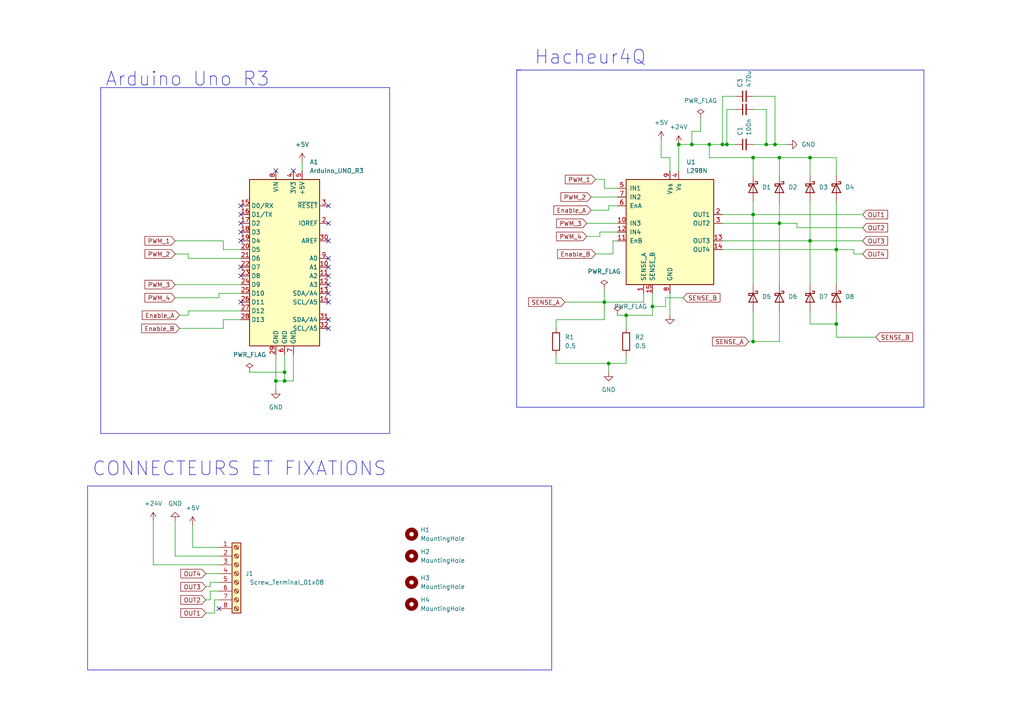
<source format=kicad_sch>
(kicad_sch (version 20230121) (generator eeschema)

  (uuid 2956158a-b0b0-44e1-87b9-08b3a3290558)

  (paper "A4")

  (title_block
    (title "ELEGO duino UNO R3 Driver L298N")
    (date "24/10/2023")
    (rev "1")
    (company "ENSEA")
  )

  (lib_symbols
    (symbol "Connector:Screw_Terminal_01x08" (pin_names (offset 1.016) hide) (in_bom yes) (on_board yes)
      (property "Reference" "J" (at 0 10.16 0)
        (effects (font (size 1.27 1.27)))
      )
      (property "Value" "Screw_Terminal_01x08" (at 0 -12.7 0)
        (effects (font (size 1.27 1.27)))
      )
      (property "Footprint" "" (at 0 0 0)
        (effects (font (size 1.27 1.27)) hide)
      )
      (property "Datasheet" "~" (at 0 0 0)
        (effects (font (size 1.27 1.27)) hide)
      )
      (property "ki_keywords" "screw terminal" (at 0 0 0)
        (effects (font (size 1.27 1.27)) hide)
      )
      (property "ki_description" "Generic screw terminal, single row, 01x08, script generated (kicad-library-utils/schlib/autogen/connector/)" (at 0 0 0)
        (effects (font (size 1.27 1.27)) hide)
      )
      (property "ki_fp_filters" "TerminalBlock*:*" (at 0 0 0)
        (effects (font (size 1.27 1.27)) hide)
      )
      (symbol "Screw_Terminal_01x08_1_1"
        (rectangle (start -1.27 8.89) (end 1.27 -11.43)
          (stroke (width 0.254) (type default))
          (fill (type background))
        )
        (circle (center 0 -10.16) (radius 0.635)
          (stroke (width 0.1524) (type default))
          (fill (type none))
        )
        (circle (center 0 -7.62) (radius 0.635)
          (stroke (width 0.1524) (type default))
          (fill (type none))
        )
        (circle (center 0 -5.08) (radius 0.635)
          (stroke (width 0.1524) (type default))
          (fill (type none))
        )
        (circle (center 0 -2.54) (radius 0.635)
          (stroke (width 0.1524) (type default))
          (fill (type none))
        )
        (polyline
          (pts
            (xy -0.5334 -9.8298)
            (xy 0.3302 -10.668)
          )
          (stroke (width 0.1524) (type default))
          (fill (type none))
        )
        (polyline
          (pts
            (xy -0.5334 -7.2898)
            (xy 0.3302 -8.128)
          )
          (stroke (width 0.1524) (type default))
          (fill (type none))
        )
        (polyline
          (pts
            (xy -0.5334 -4.7498)
            (xy 0.3302 -5.588)
          )
          (stroke (width 0.1524) (type default))
          (fill (type none))
        )
        (polyline
          (pts
            (xy -0.5334 -2.2098)
            (xy 0.3302 -3.048)
          )
          (stroke (width 0.1524) (type default))
          (fill (type none))
        )
        (polyline
          (pts
            (xy -0.5334 0.3302)
            (xy 0.3302 -0.508)
          )
          (stroke (width 0.1524) (type default))
          (fill (type none))
        )
        (polyline
          (pts
            (xy -0.5334 2.8702)
            (xy 0.3302 2.032)
          )
          (stroke (width 0.1524) (type default))
          (fill (type none))
        )
        (polyline
          (pts
            (xy -0.5334 5.4102)
            (xy 0.3302 4.572)
          )
          (stroke (width 0.1524) (type default))
          (fill (type none))
        )
        (polyline
          (pts
            (xy -0.5334 7.9502)
            (xy 0.3302 7.112)
          )
          (stroke (width 0.1524) (type default))
          (fill (type none))
        )
        (polyline
          (pts
            (xy -0.3556 -9.652)
            (xy 0.508 -10.4902)
          )
          (stroke (width 0.1524) (type default))
          (fill (type none))
        )
        (polyline
          (pts
            (xy -0.3556 -7.112)
            (xy 0.508 -7.9502)
          )
          (stroke (width 0.1524) (type default))
          (fill (type none))
        )
        (polyline
          (pts
            (xy -0.3556 -4.572)
            (xy 0.508 -5.4102)
          )
          (stroke (width 0.1524) (type default))
          (fill (type none))
        )
        (polyline
          (pts
            (xy -0.3556 -2.032)
            (xy 0.508 -2.8702)
          )
          (stroke (width 0.1524) (type default))
          (fill (type none))
        )
        (polyline
          (pts
            (xy -0.3556 0.508)
            (xy 0.508 -0.3302)
          )
          (stroke (width 0.1524) (type default))
          (fill (type none))
        )
        (polyline
          (pts
            (xy -0.3556 3.048)
            (xy 0.508 2.2098)
          )
          (stroke (width 0.1524) (type default))
          (fill (type none))
        )
        (polyline
          (pts
            (xy -0.3556 5.588)
            (xy 0.508 4.7498)
          )
          (stroke (width 0.1524) (type default))
          (fill (type none))
        )
        (polyline
          (pts
            (xy -0.3556 8.128)
            (xy 0.508 7.2898)
          )
          (stroke (width 0.1524) (type default))
          (fill (type none))
        )
        (circle (center 0 0) (radius 0.635)
          (stroke (width 0.1524) (type default))
          (fill (type none))
        )
        (circle (center 0 2.54) (radius 0.635)
          (stroke (width 0.1524) (type default))
          (fill (type none))
        )
        (circle (center 0 5.08) (radius 0.635)
          (stroke (width 0.1524) (type default))
          (fill (type none))
        )
        (circle (center 0 7.62) (radius 0.635)
          (stroke (width 0.1524) (type default))
          (fill (type none))
        )
        (pin passive line (at -5.08 7.62 0) (length 3.81)
          (name "Pin_1" (effects (font (size 1.27 1.27))))
          (number "1" (effects (font (size 1.27 1.27))))
        )
        (pin passive line (at -5.08 5.08 0) (length 3.81)
          (name "Pin_2" (effects (font (size 1.27 1.27))))
          (number "2" (effects (font (size 1.27 1.27))))
        )
        (pin passive line (at -5.08 2.54 0) (length 3.81)
          (name "Pin_3" (effects (font (size 1.27 1.27))))
          (number "3" (effects (font (size 1.27 1.27))))
        )
        (pin passive line (at -5.08 0 0) (length 3.81)
          (name "Pin_4" (effects (font (size 1.27 1.27))))
          (number "4" (effects (font (size 1.27 1.27))))
        )
        (pin passive line (at -5.08 -2.54 0) (length 3.81)
          (name "Pin_5" (effects (font (size 1.27 1.27))))
          (number "5" (effects (font (size 1.27 1.27))))
        )
        (pin passive line (at -5.08 -5.08 0) (length 3.81)
          (name "Pin_6" (effects (font (size 1.27 1.27))))
          (number "6" (effects (font (size 1.27 1.27))))
        )
        (pin passive line (at -5.08 -7.62 0) (length 3.81)
          (name "Pin_7" (effects (font (size 1.27 1.27))))
          (number "7" (effects (font (size 1.27 1.27))))
        )
        (pin passive line (at -5.08 -10.16 0) (length 3.81)
          (name "Pin_8" (effects (font (size 1.27 1.27))))
          (number "8" (effects (font (size 1.27 1.27))))
        )
      )
    )
    (symbol "Device:C_Small" (pin_numbers hide) (pin_names (offset 0.254) hide) (in_bom yes) (on_board yes)
      (property "Reference" "C" (at 0.254 1.778 0)
        (effects (font (size 1.27 1.27)) (justify left))
      )
      (property "Value" "C_Small" (at 0.254 -2.032 0)
        (effects (font (size 1.27 1.27)) (justify left))
      )
      (property "Footprint" "" (at 0 0 0)
        (effects (font (size 1.27 1.27)) hide)
      )
      (property "Datasheet" "~" (at 0 0 0)
        (effects (font (size 1.27 1.27)) hide)
      )
      (property "ki_keywords" "capacitor cap" (at 0 0 0)
        (effects (font (size 1.27 1.27)) hide)
      )
      (property "ki_description" "Unpolarized capacitor, small symbol" (at 0 0 0)
        (effects (font (size 1.27 1.27)) hide)
      )
      (property "ki_fp_filters" "C_*" (at 0 0 0)
        (effects (font (size 1.27 1.27)) hide)
      )
      (symbol "C_Small_0_1"
        (polyline
          (pts
            (xy -1.524 -0.508)
            (xy 1.524 -0.508)
          )
          (stroke (width 0.3302) (type default))
          (fill (type none))
        )
        (polyline
          (pts
            (xy -1.524 0.508)
            (xy 1.524 0.508)
          )
          (stroke (width 0.3048) (type default))
          (fill (type none))
        )
      )
      (symbol "C_Small_1_1"
        (pin passive line (at 0 2.54 270) (length 2.032)
          (name "~" (effects (font (size 1.27 1.27))))
          (number "1" (effects (font (size 1.27 1.27))))
        )
        (pin passive line (at 0 -2.54 90) (length 2.032)
          (name "~" (effects (font (size 1.27 1.27))))
          (number "2" (effects (font (size 1.27 1.27))))
        )
      )
    )
    (symbol "Device:R" (pin_numbers hide) (pin_names (offset 0)) (in_bom yes) (on_board yes)
      (property "Reference" "R" (at 2.032 0 90)
        (effects (font (size 1.27 1.27)))
      )
      (property "Value" "R" (at 0 0 90)
        (effects (font (size 1.27 1.27)))
      )
      (property "Footprint" "" (at -1.778 0 90)
        (effects (font (size 1.27 1.27)) hide)
      )
      (property "Datasheet" "~" (at 0 0 0)
        (effects (font (size 1.27 1.27)) hide)
      )
      (property "ki_keywords" "R res resistor" (at 0 0 0)
        (effects (font (size 1.27 1.27)) hide)
      )
      (property "ki_description" "Resistor" (at 0 0 0)
        (effects (font (size 1.27 1.27)) hide)
      )
      (property "ki_fp_filters" "R_*" (at 0 0 0)
        (effects (font (size 1.27 1.27)) hide)
      )
      (symbol "R_0_1"
        (rectangle (start -1.016 -2.54) (end 1.016 2.54)
          (stroke (width 0.254) (type default))
          (fill (type none))
        )
      )
      (symbol "R_1_1"
        (pin passive line (at 0 3.81 270) (length 1.27)
          (name "~" (effects (font (size 1.27 1.27))))
          (number "1" (effects (font (size 1.27 1.27))))
        )
        (pin passive line (at 0 -3.81 90) (length 1.27)
          (name "~" (effects (font (size 1.27 1.27))))
          (number "2" (effects (font (size 1.27 1.27))))
        )
      )
    )
    (symbol "Diode:B120-E3" (pin_numbers hide) (pin_names hide) (in_bom yes) (on_board yes)
      (property "Reference" "D" (at 0 2.54 0)
        (effects (font (size 1.27 1.27)))
      )
      (property "Value" "B120-E3" (at 0 -2.54 0)
        (effects (font (size 1.27 1.27)))
      )
      (property "Footprint" "Diode_SMD:D_SMA" (at 0 -4.445 0)
        (effects (font (size 1.27 1.27)) hide)
      )
      (property "Datasheet" "http://www.vishay.com/docs/88946/b120.pdf" (at 0 0 0)
        (effects (font (size 1.27 1.27)) hide)
      )
      (property "ki_keywords" "diode Schottky" (at 0 0 0)
        (effects (font (size 1.27 1.27)) hide)
      )
      (property "ki_description" "20V 1A Schottky Barrier Rectifier Diode, SMA(DO-214AC)" (at 0 0 0)
        (effects (font (size 1.27 1.27)) hide)
      )
      (property "ki_fp_filters" "D*SMA*" (at 0 0 0)
        (effects (font (size 1.27 1.27)) hide)
      )
      (symbol "B120-E3_0_1"
        (polyline
          (pts
            (xy 1.27 0)
            (xy -1.27 0)
          )
          (stroke (width 0) (type default))
          (fill (type none))
        )
        (polyline
          (pts
            (xy 1.27 1.27)
            (xy 1.27 -1.27)
            (xy -1.27 0)
            (xy 1.27 1.27)
          )
          (stroke (width 0.254) (type default))
          (fill (type none))
        )
        (polyline
          (pts
            (xy -1.905 0.635)
            (xy -1.905 1.27)
            (xy -1.27 1.27)
            (xy -1.27 -1.27)
            (xy -0.635 -1.27)
            (xy -0.635 -0.635)
          )
          (stroke (width 0.254) (type default))
          (fill (type none))
        )
      )
      (symbol "B120-E3_1_1"
        (pin passive line (at -3.81 0 0) (length 2.54)
          (name "K" (effects (font (size 1.27 1.27))))
          (number "1" (effects (font (size 1.27 1.27))))
        )
        (pin passive line (at 3.81 0 180) (length 2.54)
          (name "A" (effects (font (size 1.27 1.27))))
          (number "2" (effects (font (size 1.27 1.27))))
        )
      )
    )
    (symbol "Driver_Motor:L298N" (pin_names (offset 1.016)) (in_bom yes) (on_board yes)
      (property "Reference" "U" (at -10.16 16.51 0)
        (effects (font (size 1.27 1.27)) (justify right))
      )
      (property "Value" "L298N" (at 12.7 16.51 0)
        (effects (font (size 1.27 1.27)) (justify right))
      )
      (property "Footprint" "Package_TO_SOT_THT:TO-220-15_P2.54x2.54mm_StaggerOdd_Lead4.58mm_Vertical" (at 1.27 -16.51 0)
        (effects (font (size 1.27 1.27)) (justify left) hide)
      )
      (property "Datasheet" "http://www.st.com/st-web-ui/static/active/en/resource/technical/document/datasheet/CD00000240.pdf" (at 3.81 6.35 0)
        (effects (font (size 1.27 1.27)) hide)
      )
      (property "ki_keywords" "H-bridge motor driver" (at 0 0 0)
        (effects (font (size 1.27 1.27)) hide)
      )
      (property "ki_description" "Dual full bridge motor driver, up to 46V, 4A, Multiwatt15-V" (at 0 0 0)
        (effects (font (size 1.27 1.27)) hide)
      )
      (property "ki_fp_filters" "TO?220*StaggerOdd*Vertical*" (at 0 0 0)
        (effects (font (size 1.27 1.27)) hide)
      )
      (symbol "L298N_0_1"
        (rectangle (start -12.7 15.24) (end 12.7 -15.24)
          (stroke (width 0.254) (type default))
          (fill (type background))
        )
      )
      (symbol "L298N_1_1"
        (pin power_in line (at -7.62 -17.78 90) (length 2.54)
          (name "SENSE_A" (effects (font (size 1.27 1.27))))
          (number "1" (effects (font (size 1.27 1.27))))
        )
        (pin input line (at -15.24 2.54 0) (length 2.54)
          (name "IN3" (effects (font (size 1.27 1.27))))
          (number "10" (effects (font (size 1.27 1.27))))
        )
        (pin input line (at -15.24 -2.54 0) (length 2.54)
          (name "EnB" (effects (font (size 1.27 1.27))))
          (number "11" (effects (font (size 1.27 1.27))))
        )
        (pin input line (at -15.24 0 0) (length 2.54)
          (name "IN4" (effects (font (size 1.27 1.27))))
          (number "12" (effects (font (size 1.27 1.27))))
        )
        (pin output line (at 15.24 -2.54 180) (length 2.54)
          (name "OUT3" (effects (font (size 1.27 1.27))))
          (number "13" (effects (font (size 1.27 1.27))))
        )
        (pin output line (at 15.24 -5.08 180) (length 2.54)
          (name "OUT4" (effects (font (size 1.27 1.27))))
          (number "14" (effects (font (size 1.27 1.27))))
        )
        (pin power_in line (at -5.08 -17.78 90) (length 2.54)
          (name "SENSE_B" (effects (font (size 1.27 1.27))))
          (number "15" (effects (font (size 1.27 1.27))))
        )
        (pin output line (at 15.24 5.08 180) (length 2.54)
          (name "OUT1" (effects (font (size 1.27 1.27))))
          (number "2" (effects (font (size 1.27 1.27))))
        )
        (pin output line (at 15.24 2.54 180) (length 2.54)
          (name "OUT2" (effects (font (size 1.27 1.27))))
          (number "3" (effects (font (size 1.27 1.27))))
        )
        (pin power_in line (at 2.54 17.78 270) (length 2.54)
          (name "Vs" (effects (font (size 1.27 1.27))))
          (number "4" (effects (font (size 1.27 1.27))))
        )
        (pin input line (at -15.24 12.7 0) (length 2.54)
          (name "IN1" (effects (font (size 1.27 1.27))))
          (number "5" (effects (font (size 1.27 1.27))))
        )
        (pin input line (at -15.24 7.62 0) (length 2.54)
          (name "EnA" (effects (font (size 1.27 1.27))))
          (number "6" (effects (font (size 1.27 1.27))))
        )
        (pin input line (at -15.24 10.16 0) (length 2.54)
          (name "IN2" (effects (font (size 1.27 1.27))))
          (number "7" (effects (font (size 1.27 1.27))))
        )
        (pin power_in line (at 0 -17.78 90) (length 2.54)
          (name "GND" (effects (font (size 1.27 1.27))))
          (number "8" (effects (font (size 1.27 1.27))))
        )
        (pin power_in line (at 0 17.78 270) (length 2.54)
          (name "Vss" (effects (font (size 1.27 1.27))))
          (number "9" (effects (font (size 1.27 1.27))))
        )
      )
    )
    (symbol "MCU_Module:Arduino_UNO_R3" (in_bom yes) (on_board yes)
      (property "Reference" "A" (at -10.16 23.495 0)
        (effects (font (size 1.27 1.27)) (justify left bottom))
      )
      (property "Value" "Arduino_UNO_R3" (at 5.08 -26.67 0)
        (effects (font (size 1.27 1.27)) (justify left top))
      )
      (property "Footprint" "Module:Arduino_UNO_R3" (at 0 0 0)
        (effects (font (size 1.27 1.27) italic) hide)
      )
      (property "Datasheet" "https://www.arduino.cc/en/Main/arduinoBoardUno" (at 0 0 0)
        (effects (font (size 1.27 1.27)) hide)
      )
      (property "ki_keywords" "Arduino UNO R3 Microcontroller Module Atmel AVR USB" (at 0 0 0)
        (effects (font (size 1.27 1.27)) hide)
      )
      (property "ki_description" "Arduino UNO Microcontroller Module, release 3" (at 0 0 0)
        (effects (font (size 1.27 1.27)) hide)
      )
      (property "ki_fp_filters" "Arduino*UNO*R3*" (at 0 0 0)
        (effects (font (size 1.27 1.27)) hide)
      )
      (symbol "Arduino_UNO_R3_0_1"
        (rectangle (start -10.16 22.86) (end 10.16 -25.4)
          (stroke (width 0.254) (type default))
          (fill (type background))
        )
      )
      (symbol "Arduino_UNO_R3_1_1"
        (pin no_connect line (at -10.16 -20.32 0) (length 2.54) hide
          (name "NC" (effects (font (size 1.27 1.27))))
          (number "1" (effects (font (size 1.27 1.27))))
        )
        (pin bidirectional line (at 12.7 -2.54 180) (length 2.54)
          (name "A1" (effects (font (size 1.27 1.27))))
          (number "10" (effects (font (size 1.27 1.27))))
        )
        (pin bidirectional line (at 12.7 -5.08 180) (length 2.54)
          (name "A2" (effects (font (size 1.27 1.27))))
          (number "11" (effects (font (size 1.27 1.27))))
        )
        (pin bidirectional line (at 12.7 -7.62 180) (length 2.54)
          (name "A3" (effects (font (size 1.27 1.27))))
          (number "12" (effects (font (size 1.27 1.27))))
        )
        (pin bidirectional line (at 12.7 -10.16 180) (length 2.54)
          (name "SDA/A4" (effects (font (size 1.27 1.27))))
          (number "13" (effects (font (size 1.27 1.27))))
        )
        (pin bidirectional line (at 12.7 -12.7 180) (length 2.54)
          (name "SCL/A5" (effects (font (size 1.27 1.27))))
          (number "14" (effects (font (size 1.27 1.27))))
        )
        (pin bidirectional line (at -12.7 15.24 0) (length 2.54)
          (name "D0/RX" (effects (font (size 1.27 1.27))))
          (number "15" (effects (font (size 1.27 1.27))))
        )
        (pin bidirectional line (at -12.7 12.7 0) (length 2.54)
          (name "D1/TX" (effects (font (size 1.27 1.27))))
          (number "16" (effects (font (size 1.27 1.27))))
        )
        (pin bidirectional line (at -12.7 10.16 0) (length 2.54)
          (name "D2" (effects (font (size 1.27 1.27))))
          (number "17" (effects (font (size 1.27 1.27))))
        )
        (pin bidirectional line (at -12.7 7.62 0) (length 2.54)
          (name "D3" (effects (font (size 1.27 1.27))))
          (number "18" (effects (font (size 1.27 1.27))))
        )
        (pin bidirectional line (at -12.7 5.08 0) (length 2.54)
          (name "D4" (effects (font (size 1.27 1.27))))
          (number "19" (effects (font (size 1.27 1.27))))
        )
        (pin output line (at 12.7 10.16 180) (length 2.54)
          (name "IOREF" (effects (font (size 1.27 1.27))))
          (number "2" (effects (font (size 1.27 1.27))))
        )
        (pin bidirectional line (at -12.7 2.54 0) (length 2.54)
          (name "D5" (effects (font (size 1.27 1.27))))
          (number "20" (effects (font (size 1.27 1.27))))
        )
        (pin bidirectional line (at -12.7 0 0) (length 2.54)
          (name "D6" (effects (font (size 1.27 1.27))))
          (number "21" (effects (font (size 1.27 1.27))))
        )
        (pin bidirectional line (at -12.7 -2.54 0) (length 2.54)
          (name "D7" (effects (font (size 1.27 1.27))))
          (number "22" (effects (font (size 1.27 1.27))))
        )
        (pin bidirectional line (at -12.7 -5.08 0) (length 2.54)
          (name "D8" (effects (font (size 1.27 1.27))))
          (number "23" (effects (font (size 1.27 1.27))))
        )
        (pin bidirectional line (at -12.7 -7.62 0) (length 2.54)
          (name "D9" (effects (font (size 1.27 1.27))))
          (number "24" (effects (font (size 1.27 1.27))))
        )
        (pin bidirectional line (at -12.7 -10.16 0) (length 2.54)
          (name "D10" (effects (font (size 1.27 1.27))))
          (number "25" (effects (font (size 1.27 1.27))))
        )
        (pin bidirectional line (at -12.7 -12.7 0) (length 2.54)
          (name "D11" (effects (font (size 1.27 1.27))))
          (number "26" (effects (font (size 1.27 1.27))))
        )
        (pin bidirectional line (at -12.7 -15.24 0) (length 2.54)
          (name "D12" (effects (font (size 1.27 1.27))))
          (number "27" (effects (font (size 1.27 1.27))))
        )
        (pin bidirectional line (at -12.7 -17.78 0) (length 2.54)
          (name "D13" (effects (font (size 1.27 1.27))))
          (number "28" (effects (font (size 1.27 1.27))))
        )
        (pin power_in line (at -2.54 -27.94 90) (length 2.54)
          (name "GND" (effects (font (size 1.27 1.27))))
          (number "29" (effects (font (size 1.27 1.27))))
        )
        (pin input line (at 12.7 15.24 180) (length 2.54)
          (name "~{RESET}" (effects (font (size 1.27 1.27))))
          (number "3" (effects (font (size 1.27 1.27))))
        )
        (pin input line (at 12.7 5.08 180) (length 2.54)
          (name "AREF" (effects (font (size 1.27 1.27))))
          (number "30" (effects (font (size 1.27 1.27))))
        )
        (pin bidirectional line (at 12.7 -17.78 180) (length 2.54)
          (name "SDA/A4" (effects (font (size 1.27 1.27))))
          (number "31" (effects (font (size 1.27 1.27))))
        )
        (pin bidirectional line (at 12.7 -20.32 180) (length 2.54)
          (name "SCL/A5" (effects (font (size 1.27 1.27))))
          (number "32" (effects (font (size 1.27 1.27))))
        )
        (pin power_out line (at 2.54 25.4 270) (length 2.54)
          (name "3V3" (effects (font (size 1.27 1.27))))
          (number "4" (effects (font (size 1.27 1.27))))
        )
        (pin power_out line (at 5.08 25.4 270) (length 2.54)
          (name "+5V" (effects (font (size 1.27 1.27))))
          (number "5" (effects (font (size 1.27 1.27))))
        )
        (pin power_in line (at 0 -27.94 90) (length 2.54)
          (name "GND" (effects (font (size 1.27 1.27))))
          (number "6" (effects (font (size 1.27 1.27))))
        )
        (pin power_in line (at 2.54 -27.94 90) (length 2.54)
          (name "GND" (effects (font (size 1.27 1.27))))
          (number "7" (effects (font (size 1.27 1.27))))
        )
        (pin power_in line (at -2.54 25.4 270) (length 2.54)
          (name "VIN" (effects (font (size 1.27 1.27))))
          (number "8" (effects (font (size 1.27 1.27))))
        )
        (pin bidirectional line (at 12.7 0 180) (length 2.54)
          (name "A0" (effects (font (size 1.27 1.27))))
          (number "9" (effects (font (size 1.27 1.27))))
        )
      )
    )
    (symbol "Mechanical:MountingHole" (pin_names (offset 1.016)) (in_bom yes) (on_board yes)
      (property "Reference" "H" (at 0 5.08 0)
        (effects (font (size 1.27 1.27)))
      )
      (property "Value" "MountingHole" (at 0 3.175 0)
        (effects (font (size 1.27 1.27)))
      )
      (property "Footprint" "" (at 0 0 0)
        (effects (font (size 1.27 1.27)) hide)
      )
      (property "Datasheet" "~" (at 0 0 0)
        (effects (font (size 1.27 1.27)) hide)
      )
      (property "ki_keywords" "mounting hole" (at 0 0 0)
        (effects (font (size 1.27 1.27)) hide)
      )
      (property "ki_description" "Mounting Hole without connection" (at 0 0 0)
        (effects (font (size 1.27 1.27)) hide)
      )
      (property "ki_fp_filters" "MountingHole*" (at 0 0 0)
        (effects (font (size 1.27 1.27)) hide)
      )
      (symbol "MountingHole_0_1"
        (circle (center 0 0) (radius 1.27)
          (stroke (width 1.27) (type default))
          (fill (type none))
        )
      )
    )
    (symbol "power:+24V" (power) (pin_names (offset 0)) (in_bom yes) (on_board yes)
      (property "Reference" "#PWR" (at 0 -3.81 0)
        (effects (font (size 1.27 1.27)) hide)
      )
      (property "Value" "+24V" (at 0 3.556 0)
        (effects (font (size 1.27 1.27)))
      )
      (property "Footprint" "" (at 0 0 0)
        (effects (font (size 1.27 1.27)) hide)
      )
      (property "Datasheet" "" (at 0 0 0)
        (effects (font (size 1.27 1.27)) hide)
      )
      (property "ki_keywords" "global power" (at 0 0 0)
        (effects (font (size 1.27 1.27)) hide)
      )
      (property "ki_description" "Power symbol creates a global label with name \"+24V\"" (at 0 0 0)
        (effects (font (size 1.27 1.27)) hide)
      )
      (symbol "+24V_0_1"
        (polyline
          (pts
            (xy -0.762 1.27)
            (xy 0 2.54)
          )
          (stroke (width 0) (type default))
          (fill (type none))
        )
        (polyline
          (pts
            (xy 0 0)
            (xy 0 2.54)
          )
          (stroke (width 0) (type default))
          (fill (type none))
        )
        (polyline
          (pts
            (xy 0 2.54)
            (xy 0.762 1.27)
          )
          (stroke (width 0) (type default))
          (fill (type none))
        )
      )
      (symbol "+24V_1_1"
        (pin power_in line (at 0 0 90) (length 0) hide
          (name "+24V" (effects (font (size 1.27 1.27))))
          (number "1" (effects (font (size 1.27 1.27))))
        )
      )
    )
    (symbol "power:+5V" (power) (pin_names (offset 0)) (in_bom yes) (on_board yes)
      (property "Reference" "#PWR" (at 0 -3.81 0)
        (effects (font (size 1.27 1.27)) hide)
      )
      (property "Value" "+5V" (at 0 3.556 0)
        (effects (font (size 1.27 1.27)))
      )
      (property "Footprint" "" (at 0 0 0)
        (effects (font (size 1.27 1.27)) hide)
      )
      (property "Datasheet" "" (at 0 0 0)
        (effects (font (size 1.27 1.27)) hide)
      )
      (property "ki_keywords" "global power" (at 0 0 0)
        (effects (font (size 1.27 1.27)) hide)
      )
      (property "ki_description" "Power symbol creates a global label with name \"+5V\"" (at 0 0 0)
        (effects (font (size 1.27 1.27)) hide)
      )
      (symbol "+5V_0_1"
        (polyline
          (pts
            (xy -0.762 1.27)
            (xy 0 2.54)
          )
          (stroke (width 0) (type default))
          (fill (type none))
        )
        (polyline
          (pts
            (xy 0 0)
            (xy 0 2.54)
          )
          (stroke (width 0) (type default))
          (fill (type none))
        )
        (polyline
          (pts
            (xy 0 2.54)
            (xy 0.762 1.27)
          )
          (stroke (width 0) (type default))
          (fill (type none))
        )
      )
      (symbol "+5V_1_1"
        (pin power_in line (at 0 0 90) (length 0) hide
          (name "+5V" (effects (font (size 1.27 1.27))))
          (number "1" (effects (font (size 1.27 1.27))))
        )
      )
    )
    (symbol "power:GND" (power) (pin_names (offset 0)) (in_bom yes) (on_board yes)
      (property "Reference" "#PWR" (at 0 -6.35 0)
        (effects (font (size 1.27 1.27)) hide)
      )
      (property "Value" "GND" (at 0 -3.81 0)
        (effects (font (size 1.27 1.27)))
      )
      (property "Footprint" "" (at 0 0 0)
        (effects (font (size 1.27 1.27)) hide)
      )
      (property "Datasheet" "" (at 0 0 0)
        (effects (font (size 1.27 1.27)) hide)
      )
      (property "ki_keywords" "global power" (at 0 0 0)
        (effects (font (size 1.27 1.27)) hide)
      )
      (property "ki_description" "Power symbol creates a global label with name \"GND\" , ground" (at 0 0 0)
        (effects (font (size 1.27 1.27)) hide)
      )
      (symbol "GND_0_1"
        (polyline
          (pts
            (xy 0 0)
            (xy 0 -1.27)
            (xy 1.27 -1.27)
            (xy 0 -2.54)
            (xy -1.27 -1.27)
            (xy 0 -1.27)
          )
          (stroke (width 0) (type default))
          (fill (type none))
        )
      )
      (symbol "GND_1_1"
        (pin power_in line (at 0 0 270) (length 0) hide
          (name "GND" (effects (font (size 1.27 1.27))))
          (number "1" (effects (font (size 1.27 1.27))))
        )
      )
    )
    (symbol "power:PWR_FLAG" (power) (pin_numbers hide) (pin_names (offset 0) hide) (in_bom yes) (on_board yes)
      (property "Reference" "#FLG" (at 0 1.905 0)
        (effects (font (size 1.27 1.27)) hide)
      )
      (property "Value" "PWR_FLAG" (at 0 3.81 0)
        (effects (font (size 1.27 1.27)))
      )
      (property "Footprint" "" (at 0 0 0)
        (effects (font (size 1.27 1.27)) hide)
      )
      (property "Datasheet" "~" (at 0 0 0)
        (effects (font (size 1.27 1.27)) hide)
      )
      (property "ki_keywords" "flag power" (at 0 0 0)
        (effects (font (size 1.27 1.27)) hide)
      )
      (property "ki_description" "Special symbol for telling ERC where power comes from" (at 0 0 0)
        (effects (font (size 1.27 1.27)) hide)
      )
      (symbol "PWR_FLAG_0_0"
        (pin power_out line (at 0 0 90) (length 0)
          (name "pwr" (effects (font (size 1.27 1.27))))
          (number "1" (effects (font (size 1.27 1.27))))
        )
      )
      (symbol "PWR_FLAG_0_1"
        (polyline
          (pts
            (xy 0 0)
            (xy 0 1.27)
            (xy -1.016 1.905)
            (xy 0 2.54)
            (xy 1.016 1.905)
            (xy 0 1.27)
          )
          (stroke (width 0) (type default))
          (fill (type none))
        )
      )
    )
  )

  (junction (at 224.79 41.91) (diameter 0) (color 0 0 0 0)
    (uuid 015a0d02-1b2d-4e0f-b799-16507efff46a)
  )
  (junction (at 218.44 62.23) (diameter 0) (color 0 0 0 0)
    (uuid 0aef746f-238b-438c-bd37-bcaa15a30c4e)
  )
  (junction (at 196.85 41.91) (diameter 0) (color 0 0 0 0)
    (uuid 24fb47e3-61ba-489e-9a60-f9f1602438ec)
  )
  (junction (at 242.57 93.98) (diameter 0) (color 0 0 0 0)
    (uuid 49b6c079-5e78-4ad9-8d63-fe2b0b6d136c)
  )
  (junction (at 175.26 87.63) (diameter 0) (color 0 0 0 0)
    (uuid 4d1a8f89-6dcb-4fcd-8097-54eaa80fdd64)
  )
  (junction (at 226.06 64.77) (diameter 0) (color 0 0 0 0)
    (uuid 51af2ab4-e809-475d-befc-f27f73e871dd)
  )
  (junction (at 218.44 99.06) (diameter 0) (color 0 0 0 0)
    (uuid 595c65ee-f8a0-4f55-a6f9-aead95805e46)
  )
  (junction (at 234.95 45.72) (diameter 0) (color 0 0 0 0)
    (uuid 5a357ef4-4406-4ba5-a435-df6ed6027069)
  )
  (junction (at 80.01 110.49) (diameter 0) (color 0 0 0 0)
    (uuid 5c4075cb-38b3-4733-8ca4-271cdc367189)
  )
  (junction (at 181.61 91.44) (diameter 0) (color 0 0 0 0)
    (uuid 655a7063-0572-4f4b-91b0-aa9ee617cf8f)
  )
  (junction (at 209.55 41.91) (diameter 0) (color 0 0 0 0)
    (uuid 695d24fe-4000-4d63-b219-5ab95c7581ee)
  )
  (junction (at 226.06 45.72) (diameter 0) (color 0 0 0 0)
    (uuid 6c0c04c3-f8bc-47fb-a498-f3293090e426)
  )
  (junction (at 242.57 72.39) (diameter 0) (color 0 0 0 0)
    (uuid 802a762c-c213-476b-9560-ec0af840aae5)
  )
  (junction (at 222.25 41.91) (diameter 0) (color 0 0 0 0)
    (uuid 810b033a-8e18-4a1a-b020-e7a1d6e00dec)
  )
  (junction (at 82.55 110.49) (diameter 0) (color 0 0 0 0)
    (uuid 838e6192-8fe3-4fff-b59f-e7b26f9dd8f7)
  )
  (junction (at 189.23 88.9) (diameter 0) (color 0 0 0 0)
    (uuid a5f38935-8b6c-4b12-9e93-474c578341e1)
  )
  (junction (at 200.66 41.91) (diameter 0) (color 0 0 0 0)
    (uuid b717e2c6-441c-43b8-8ae0-ad32d81ae899)
  )
  (junction (at 234.95 69.85) (diameter 0) (color 0 0 0 0)
    (uuid b91ed83b-0c82-4704-a393-4392bbe56e26)
  )
  (junction (at 218.44 45.72) (diameter 0) (color 0 0 0 0)
    (uuid dda830e6-763e-4634-8389-4d0404e28ac6)
  )
  (junction (at 82.55 107.95) (diameter 0) (color 0 0 0 0)
    (uuid e437159c-1af1-4691-96dc-f188ae3d111f)
  )
  (junction (at 176.53 105.41) (diameter 0) (color 0 0 0 0)
    (uuid f0a4a8ae-f35b-48e4-9925-f4e650cb2570)
  )
  (junction (at 205.74 41.91) (diameter 0) (color 0 0 0 0)
    (uuid f2754dde-7710-4493-8d01-ca4b283aea49)
  )
  (junction (at 210.82 41.91) (diameter 0) (color 0 0 0 0)
    (uuid fe746404-7211-42eb-902f-fb84abce75ab)
  )

  (no_connect (at 95.25 74.93) (uuid 24f67291-2452-421f-93bf-887b77cb7fda))
  (no_connect (at 95.25 64.77) (uuid 28a12000-c1d4-4e51-a293-3832d91eb88c))
  (no_connect (at 95.25 82.55) (uuid 2aba95b6-b00a-4d8a-9994-94e5cadd0ac2))
  (no_connect (at 95.25 59.69) (uuid 38d377ef-ee95-45e1-b479-49b9a7ef5cab))
  (no_connect (at 69.85 62.23) (uuid 4d0171fe-0bab-483b-8f13-f3636862eb54))
  (no_connect (at 95.25 85.09) (uuid 517ed5fb-5ee7-4032-957e-1090d6a796d9))
  (no_connect (at 69.85 87.63) (uuid 6074c8de-f6ae-481b-aff7-833ff5fbe043))
  (no_connect (at 69.85 64.77) (uuid 62168ecb-cbee-4fec-a6af-2c72c0906b15))
  (no_connect (at 69.85 67.31) (uuid 733ba87e-6694-41c6-8a3c-ad43b4b6e336))
  (no_connect (at 95.25 69.85) (uuid 7533afdf-2fe7-48ad-b203-e00339a49da0))
  (no_connect (at 95.25 95.25) (uuid 98c53004-3675-439a-a2c1-b0874a665ac7))
  (no_connect (at 85.09 49.53) (uuid a0b6783e-1edc-43ed-a83f-252f66684424))
  (no_connect (at 80.01 49.53) (uuid a1c92928-52e7-47c7-93a4-d16343d16687))
  (no_connect (at 95.25 77.47) (uuid a364a975-3722-445a-8dd9-fb827731e865))
  (no_connect (at 95.25 92.71) (uuid ad740371-db39-439a-b4df-1085bafbdb86))
  (no_connect (at 95.25 87.63) (uuid b6783454-47f2-4299-b0fc-73a1e12548a3))
  (no_connect (at 69.85 59.69) (uuid bef1ad06-782f-48da-9377-e0d708000398))
  (no_connect (at 69.85 77.47) (uuid bf03d123-5bb0-4478-973a-625d151ebb07))
  (no_connect (at 95.25 80.01) (uuid bf931dfe-5c8c-4757-8375-73dcda64ebc0))
  (no_connect (at 69.85 69.85) (uuid cfbc7c97-a5e8-440f-9fa9-58d00d2b1543))
  (no_connect (at 69.85 80.01) (uuid d0498adb-ff68-4233-8874-a7a1e4ef381e))
  (no_connect (at 63.5 176.53) (uuid fae7582e-5e83-43ac-9555-041631d5fbff))

  (wire (pts (xy 205.74 41.91) (xy 209.55 41.91))
    (stroke (width 0) (type default))
    (uuid 00fa8f45-edb7-49d7-aec0-6de6490aba52)
  )
  (wire (pts (xy 59.69 170.18) (xy 60.96 170.18))
    (stroke (width 0) (type default))
    (uuid 02374e1e-6702-42be-a97a-c6a1ce2e7241)
  )
  (wire (pts (xy 64.77 95.25) (xy 64.77 92.71))
    (stroke (width 0) (type default))
    (uuid 04ed1cd4-68ed-4e31-889b-72b8884e94f1)
  )
  (wire (pts (xy 217.17 99.06) (xy 218.44 99.06))
    (stroke (width 0) (type default))
    (uuid 10c85337-348f-446f-b982-51ac20a4dacb)
  )
  (wire (pts (xy 181.61 91.44) (xy 189.23 91.44))
    (stroke (width 0) (type default))
    (uuid 12ac3eac-d25e-494d-bf52-cb8864284bac)
  )
  (wire (pts (xy 198.12 86.36) (xy 193.04 86.36))
    (stroke (width 0) (type default))
    (uuid 137533f8-fbeb-4ae9-bfb8-d0f69a835440)
  )
  (wire (pts (xy 196.85 41.91) (xy 200.66 41.91))
    (stroke (width 0) (type default))
    (uuid 13a674aa-930b-4447-9e68-3dab9983f60d)
  )
  (wire (pts (xy 59.69 177.8) (xy 62.23 177.8))
    (stroke (width 0) (type default))
    (uuid 13a982e2-50cd-426d-a2b9-f5a8191bcb90)
  )
  (polyline (pts (xy 29.21 25.4) (xy 29.21 125.73))
    (stroke (width 0) (type default))
    (uuid 14ebb55c-34a4-4347-9c29-5ee3feba21b6)
  )

  (wire (pts (xy 234.95 69.85) (xy 250.19 69.85))
    (stroke (width 0) (type default))
    (uuid 16827414-2dbc-4153-aaf4-8172259b143e)
  )
  (wire (pts (xy 193.04 86.36) (xy 193.04 88.9))
    (stroke (width 0) (type default))
    (uuid 1761e030-fb26-4871-a089-2d0ff5944cd2)
  )
  (wire (pts (xy 50.8 86.36) (xy 63.5 86.36))
    (stroke (width 0) (type default))
    (uuid 17e179c0-5915-4110-acd8-dd2b0d63498f)
  )
  (wire (pts (xy 189.23 88.9) (xy 193.04 88.9))
    (stroke (width 0) (type default))
    (uuid 1b97c7ed-4a03-44f4-95d9-dacea72071f2)
  )
  (wire (pts (xy 82.55 107.95) (xy 82.55 110.49))
    (stroke (width 0) (type default))
    (uuid 1ecac4cc-ba76-4694-a850-82748a3b8e88)
  )
  (wire (pts (xy 203.2 34.29) (xy 203.2 38.1))
    (stroke (width 0) (type default))
    (uuid 21be71fa-7fac-49a8-abdf-51f82527cc89)
  )
  (wire (pts (xy 161.29 95.25) (xy 161.29 92.71))
    (stroke (width 0) (type default))
    (uuid 26152823-890c-4b06-83cd-ba2748fc2b6a)
  )
  (wire (pts (xy 218.44 31.75) (xy 222.25 31.75))
    (stroke (width 0) (type default))
    (uuid 28fc2453-348b-40de-994d-bf7bd87c4228)
  )
  (wire (pts (xy 170.18 64.77) (xy 179.07 64.77))
    (stroke (width 0) (type default))
    (uuid 2939fb14-3e99-4535-a172-68ebf483fb7e)
  )
  (wire (pts (xy 250.19 66.04) (xy 231.14 66.04))
    (stroke (width 0) (type default))
    (uuid 29ca4ba5-889f-4d0b-9019-2662277f52da)
  )
  (wire (pts (xy 173.99 67.31) (xy 179.07 67.31))
    (stroke (width 0) (type default))
    (uuid 2ae73b48-acfa-4628-a7d9-e05c38ff0f00)
  )
  (wire (pts (xy 179.07 91.44) (xy 181.61 91.44))
    (stroke (width 0) (type default))
    (uuid 2b8a80be-5158-4409-82dc-ffc69b8bd950)
  )
  (wire (pts (xy 54.61 74.93) (xy 54.61 73.66))
    (stroke (width 0) (type default))
    (uuid 2bc29c17-1d7b-4a7f-b37c-7525bd32b19d)
  )
  (polyline (pts (xy 113.03 125.73) (xy 113.03 25.4))
    (stroke (width 0) (type default))
    (uuid 2df1bddc-d31b-451b-a54e-b116fe5a966c)
  )

  (wire (pts (xy 176.53 105.41) (xy 176.53 107.95))
    (stroke (width 0) (type default))
    (uuid 2e69a437-0cd1-4612-9936-d1fdbff4fd1c)
  )
  (polyline (pts (xy 267.97 118.11) (xy 149.86 118.11))
    (stroke (width 0) (type default))
    (uuid 30f8486a-57c8-4791-ab51-d8b66791325a)
  )

  (wire (pts (xy 226.06 90.17) (xy 226.06 99.06))
    (stroke (width 0) (type default))
    (uuid 34fd2ff0-cf74-4c5c-91a0-b69eaf6469de)
  )
  (polyline (pts (xy 25.4 194.31) (xy 25.4 140.97))
    (stroke (width 0) (type default))
    (uuid 364816c5-7484-4dc1-be78-1533a8b0f1cb)
  )

  (wire (pts (xy 218.44 50.8) (xy 218.44 45.72))
    (stroke (width 0) (type default))
    (uuid 368862d9-ae3f-472d-90e2-17831553e37c)
  )
  (wire (pts (xy 234.95 69.85) (xy 234.95 82.55))
    (stroke (width 0) (type default))
    (uuid 36a0382e-6693-450a-921f-d3ab9f652233)
  )
  (wire (pts (xy 222.25 31.75) (xy 222.25 41.91))
    (stroke (width 0) (type default))
    (uuid 37374d4e-ff26-4a10-86aa-2df459f89348)
  )
  (wire (pts (xy 218.44 99.06) (xy 226.06 99.06))
    (stroke (width 0) (type default))
    (uuid 3888ebf3-8d22-42e3-aa2c-ebb3716c7e45)
  )
  (wire (pts (xy 72.39 107.95) (xy 82.55 107.95))
    (stroke (width 0) (type default))
    (uuid 39a741e0-8f0e-4cce-97f0-cf736f080b9a)
  )
  (wire (pts (xy 209.55 64.77) (xy 226.06 64.77))
    (stroke (width 0) (type default))
    (uuid 43107639-2ae0-427d-88a9-71709cf1b932)
  )
  (polyline (pts (xy 160.02 194.31) (xy 25.4 194.31))
    (stroke (width 0) (type default))
    (uuid 4389272d-d694-4bd1-8281-dd0b50f26665)
  )

  (wire (pts (xy 177.8 69.85) (xy 179.07 69.85))
    (stroke (width 0) (type default))
    (uuid 45c30be4-15e7-49fd-9551-790a6589fbd2)
  )
  (wire (pts (xy 231.14 66.04) (xy 231.14 64.77))
    (stroke (width 0) (type default))
    (uuid 462f52cf-03b4-4b12-985e-768fc12e78db)
  )
  (wire (pts (xy 171.45 60.96) (xy 176.53 60.96))
    (stroke (width 0) (type default))
    (uuid 46a7dd2c-47d9-4156-82be-8e55528c5e33)
  )
  (wire (pts (xy 44.45 163.83) (xy 63.5 163.83))
    (stroke (width 0) (type default))
    (uuid 47e6ad83-b6b5-433a-94d3-4c17cc7a3650)
  )
  (wire (pts (xy 172.72 52.07) (xy 175.26 52.07))
    (stroke (width 0) (type default))
    (uuid 4b21da62-24b8-420a-a948-3848536042cb)
  )
  (wire (pts (xy 63.5 86.36) (xy 63.5 85.09))
    (stroke (width 0) (type default))
    (uuid 4e1f8839-2b5d-466d-8bd6-289b39447c4b)
  )
  (wire (pts (xy 87.63 46.99) (xy 87.63 49.53))
    (stroke (width 0) (type default))
    (uuid 4e52f3ff-3c0c-4f99-9717-81b956a807e9)
  )
  (wire (pts (xy 234.95 93.98) (xy 242.57 93.98))
    (stroke (width 0) (type default))
    (uuid 4f4a9560-9e60-46ca-94ae-95414453cba3)
  )
  (wire (pts (xy 218.44 62.23) (xy 218.44 58.42))
    (stroke (width 0) (type default))
    (uuid 50d9f768-dca0-4ae8-8651-8245b776aa7a)
  )
  (wire (pts (xy 226.06 45.72) (xy 234.95 45.72))
    (stroke (width 0) (type default))
    (uuid 5346ff53-d789-46df-8d8a-c69f3341433a)
  )
  (wire (pts (xy 175.26 92.71) (xy 175.26 87.63))
    (stroke (width 0) (type default))
    (uuid 541abf51-1526-487a-af52-a09536861c16)
  )
  (wire (pts (xy 54.61 73.66) (xy 50.8 73.66))
    (stroke (width 0) (type default))
    (uuid 5484e4a9-b37a-475c-8dcb-e8de1ede218b)
  )
  (wire (pts (xy 191.77 40.64) (xy 191.77 45.72))
    (stroke (width 0) (type default))
    (uuid 55c73f52-1a6b-45ce-9b15-699c6f8b4c76)
  )
  (wire (pts (xy 50.8 82.55) (xy 69.85 82.55))
    (stroke (width 0) (type default))
    (uuid 5a4d7225-c4ce-43b1-b912-cf731462a20c)
  )
  (wire (pts (xy 59.69 173.99) (xy 60.96 173.99))
    (stroke (width 0) (type default))
    (uuid 5ba9a539-4346-4e08-a7db-58773e8d385a)
  )
  (wire (pts (xy 52.07 91.44) (xy 54.61 91.44))
    (stroke (width 0) (type default))
    (uuid 6003d1f5-4347-4928-ba52-8a4e05d4f5ec)
  )
  (wire (pts (xy 63.5 158.75) (xy 55.88 158.75))
    (stroke (width 0) (type default))
    (uuid 60b41329-bc1a-4ae2-8924-fb9cc4d4a03e)
  )
  (wire (pts (xy 175.26 52.07) (xy 175.26 54.61))
    (stroke (width 0) (type default))
    (uuid 6214e4a3-96f4-40e8-9df8-547cca5c8bb0)
  )
  (wire (pts (xy 181.61 91.44) (xy 181.61 95.25))
    (stroke (width 0) (type default))
    (uuid 62902942-8c14-473f-9954-7ea509f21dfd)
  )
  (wire (pts (xy 226.06 64.77) (xy 231.14 64.77))
    (stroke (width 0) (type default))
    (uuid 63bf711a-c416-44d7-9a64-ac123769081b)
  )
  (wire (pts (xy 60.96 168.91) (xy 63.5 168.91))
    (stroke (width 0) (type default))
    (uuid 678c84ed-5fd7-4da4-a94c-3ded0fd892d2)
  )
  (wire (pts (xy 218.44 62.23) (xy 218.44 82.55))
    (stroke (width 0) (type default))
    (uuid 68a0568e-da34-47fe-82ea-69200647da33)
  )
  (wire (pts (xy 80.01 113.03) (xy 80.01 110.49))
    (stroke (width 0) (type default))
    (uuid 68e27906-01dd-4825-9104-6829a5c9d78a)
  )
  (wire (pts (xy 60.96 170.18) (xy 60.96 168.91))
    (stroke (width 0) (type default))
    (uuid 69a2f5f2-e58f-4458-a1ba-e4fe3285ff1a)
  )
  (wire (pts (xy 224.79 41.91) (xy 228.6 41.91))
    (stroke (width 0) (type default))
    (uuid 6a279a87-ef79-41db-a420-8e6c08e8cedd)
  )
  (wire (pts (xy 209.55 62.23) (xy 218.44 62.23))
    (stroke (width 0) (type default))
    (uuid 6a3fafab-7dc1-4dd8-8a96-37c3afa91b64)
  )
  (wire (pts (xy 64.77 72.39) (xy 69.85 72.39))
    (stroke (width 0) (type default))
    (uuid 6b891ef4-1ef3-480c-9a43-831aa6d0ff6c)
  )
  (wire (pts (xy 218.44 62.23) (xy 250.19 62.23))
    (stroke (width 0) (type default))
    (uuid 6c22d8bc-1ede-48aa-8dfd-f67f34da430d)
  )
  (polyline (pts (xy 149.86 118.11) (xy 149.86 20.32))
    (stroke (width 0) (type default))
    (uuid 6d20ed8b-8484-4692-80e2-af4bff2b843e)
  )

  (wire (pts (xy 161.29 92.71) (xy 175.26 92.71))
    (stroke (width 0) (type default))
    (uuid 7016c9c4-49b8-4bae-83a4-0da54a0b5834)
  )
  (wire (pts (xy 85.09 110.49) (xy 85.09 102.87))
    (stroke (width 0) (type default))
    (uuid 706c8b6a-d4ae-4135-a1e0-c46eba08ba7f)
  )
  (wire (pts (xy 218.44 45.72) (xy 226.06 45.72))
    (stroke (width 0) (type default))
    (uuid 76f5780d-6e04-4db9-80b3-12109554156a)
  )
  (wire (pts (xy 242.57 72.39) (xy 242.57 58.42))
    (stroke (width 0) (type default))
    (uuid 7778e030-1737-407b-86cc-a4f5b4d8cdcf)
  )
  (wire (pts (xy 176.53 59.69) (xy 179.07 59.69))
    (stroke (width 0) (type default))
    (uuid 7984453b-17f1-4870-8825-854dd9f097e0)
  )
  (wire (pts (xy 173.99 68.58) (xy 173.99 67.31))
    (stroke (width 0) (type default))
    (uuid 7e38100b-d6bf-4a48-b6f0-412ed428cb7f)
  )
  (wire (pts (xy 59.69 166.37) (xy 63.5 166.37))
    (stroke (width 0) (type default))
    (uuid 7fad8949-2488-4731-b3bb-30866e0c19b4)
  )
  (wire (pts (xy 177.8 73.66) (xy 177.8 69.85))
    (stroke (width 0) (type default))
    (uuid 80bc7e69-819a-4420-8027-9695f281921c)
  )
  (wire (pts (xy 54.61 74.93) (xy 69.85 74.93))
    (stroke (width 0) (type default))
    (uuid 80bcf3d2-dc6e-4fe6-876c-bea8aa4f741c)
  )
  (wire (pts (xy 234.95 45.72) (xy 242.57 45.72))
    (stroke (width 0) (type default))
    (uuid 81aace55-4da2-4371-a362-1eff9e466751)
  )
  (wire (pts (xy 242.57 93.98) (xy 242.57 90.17))
    (stroke (width 0) (type default))
    (uuid 8792992f-467b-4305-b668-517fec6c25cb)
  )
  (wire (pts (xy 200.66 38.1) (xy 203.2 38.1))
    (stroke (width 0) (type default))
    (uuid 87eb7cd8-f40b-4cc5-9e4b-b7b708513a8a)
  )
  (wire (pts (xy 210.82 41.91) (xy 213.36 41.91))
    (stroke (width 0) (type default))
    (uuid 88d38ff5-0668-40ad-a062-bb3c05c0f1d7)
  )
  (wire (pts (xy 194.31 45.72) (xy 194.31 49.53))
    (stroke (width 0) (type default))
    (uuid 88ed4d22-cfae-46f6-9ffa-fce7f8eca220)
  )
  (wire (pts (xy 213.36 31.75) (xy 210.82 31.75))
    (stroke (width 0) (type default))
    (uuid 89735783-4de6-4faa-853d-b0bef75e01cd)
  )
  (wire (pts (xy 205.74 45.72) (xy 218.44 45.72))
    (stroke (width 0) (type default))
    (uuid 8c7d6c65-b32a-4259-844a-8a3afab3cfff)
  )
  (wire (pts (xy 55.88 158.75) (xy 55.88 152.4))
    (stroke (width 0) (type default))
    (uuid 8ca886c1-e836-4f4e-b440-89c722310380)
  )
  (wire (pts (xy 50.8 161.29) (xy 63.5 161.29))
    (stroke (width 0) (type default))
    (uuid 8d79f3e9-77e2-474d-807f-c5da5d2a456f)
  )
  (wire (pts (xy 191.77 45.72) (xy 194.31 45.72))
    (stroke (width 0) (type default))
    (uuid 8e8a0102-0901-4613-830f-00999ff73dca)
  )
  (wire (pts (xy 210.82 31.75) (xy 210.82 41.91))
    (stroke (width 0) (type default))
    (uuid 90283d8e-301a-4666-ad4e-c271fb6676cf)
  )
  (wire (pts (xy 44.45 151.13) (xy 44.45 163.83))
    (stroke (width 0) (type default))
    (uuid 91845baf-f528-4309-9505-0efa259cfeaf)
  )
  (wire (pts (xy 205.74 45.72) (xy 205.74 41.91))
    (stroke (width 0) (type default))
    (uuid 91a8db8f-09b9-4498-b364-fad7fc767076)
  )
  (wire (pts (xy 213.36 27.94) (xy 209.55 27.94))
    (stroke (width 0) (type default))
    (uuid 94ec471b-2c90-4c0e-adc6-8b81bb951709)
  )
  (wire (pts (xy 62.23 177.8) (xy 62.23 173.99))
    (stroke (width 0) (type default))
    (uuid 9ac3660b-647a-401d-8cfe-0edaab8950b5)
  )
  (wire (pts (xy 189.23 88.9) (xy 189.23 91.44))
    (stroke (width 0) (type default))
    (uuid 9ae76341-8fbc-4662-bc1f-cfd373f9082a)
  )
  (wire (pts (xy 161.29 105.41) (xy 176.53 105.41))
    (stroke (width 0) (type default))
    (uuid 9ccc61ee-d75f-4fec-b23b-231879ec36e4)
  )
  (wire (pts (xy 209.55 72.39) (xy 242.57 72.39))
    (stroke (width 0) (type default))
    (uuid 9ea6f014-d18d-43ef-b243-bd4359389302)
  )
  (wire (pts (xy 60.96 173.99) (xy 60.96 171.45))
    (stroke (width 0) (type default))
    (uuid 9fa9f428-9260-43f9-b8b4-68d99a807e6d)
  )
  (wire (pts (xy 52.07 95.25) (xy 64.77 95.25))
    (stroke (width 0) (type default))
    (uuid a18ec0e1-8f45-4669-b922-ff22bf6144c4)
  )
  (wire (pts (xy 218.44 90.17) (xy 218.44 99.06))
    (stroke (width 0) (type default))
    (uuid a4f308e0-9d71-4a74-beb9-11cb5bbe2ae8)
  )
  (wire (pts (xy 62.23 173.99) (xy 63.5 173.99))
    (stroke (width 0) (type default))
    (uuid a5c00b9a-fd23-4f0c-8d1b-8288c5863180)
  )
  (wire (pts (xy 234.95 90.17) (xy 234.95 93.98))
    (stroke (width 0) (type default))
    (uuid a5c927f8-33ee-4eb4-89de-bdd47880f3d5)
  )
  (wire (pts (xy 222.25 41.91) (xy 224.79 41.91))
    (stroke (width 0) (type default))
    (uuid a6f88377-c832-453a-be98-a47e78d960bb)
  )
  (wire (pts (xy 171.45 57.15) (xy 179.07 57.15))
    (stroke (width 0) (type default))
    (uuid a6fb3cd8-e54a-4a37-8078-2a471e5060e0)
  )
  (wire (pts (xy 247.65 73.66) (xy 250.19 73.66))
    (stroke (width 0) (type default))
    (uuid a8b55ba9-ab7d-41c7-b7ee-597c2b5a2b55)
  )
  (wire (pts (xy 226.06 64.77) (xy 226.06 82.55))
    (stroke (width 0) (type default))
    (uuid a90d5a99-14f6-467b-85f0-9caf2e0ef54f)
  )
  (wire (pts (xy 234.95 50.8) (xy 234.95 45.72))
    (stroke (width 0) (type default))
    (uuid a921b496-86f2-42e0-a2e7-b3027c6337dc)
  )
  (wire (pts (xy 181.61 102.87) (xy 181.61 105.41))
    (stroke (width 0) (type default))
    (uuid a9aeea2e-6182-4c76-941e-450e1cfcb573)
  )
  (wire (pts (xy 247.65 72.39) (xy 247.65 73.66))
    (stroke (width 0) (type default))
    (uuid aa09fe3e-4106-4501-8bc0-d15d1ed7a289)
  )
  (wire (pts (xy 209.55 27.94) (xy 209.55 41.91))
    (stroke (width 0) (type default))
    (uuid aabf6cca-31b3-42bf-b279-794f2fa8ed61)
  )
  (wire (pts (xy 64.77 92.71) (xy 69.85 92.71))
    (stroke (width 0) (type default))
    (uuid ad24ff73-782c-4aa3-b84d-8fbb4c20bb52)
  )
  (wire (pts (xy 242.57 97.79) (xy 254 97.79))
    (stroke (width 0) (type default))
    (uuid ae3e7c5f-d26a-4797-bd30-f14cf23bdff2)
  )
  (wire (pts (xy 60.96 171.45) (xy 63.5 171.45))
    (stroke (width 0) (type default))
    (uuid b2fe579d-6326-48b1-9363-0b285a6b43b0)
  )
  (wire (pts (xy 242.57 45.72) (xy 242.57 50.8))
    (stroke (width 0) (type default))
    (uuid b6b21fe9-66ee-44b2-a295-fe516b503201)
  )
  (wire (pts (xy 80.01 110.49) (xy 82.55 110.49))
    (stroke (width 0) (type default))
    (uuid b9cc3e14-aeeb-4de4-84b2-8b818b09122b)
  )
  (wire (pts (xy 176.53 60.96) (xy 176.53 59.69))
    (stroke (width 0) (type default))
    (uuid ba96f8b4-38fe-4e2f-840d-cc89fbad550e)
  )
  (wire (pts (xy 209.55 41.91) (xy 210.82 41.91))
    (stroke (width 0) (type default))
    (uuid bc70f4be-72c8-40e3-819b-c10be7e8c229)
  )
  (wire (pts (xy 64.77 69.85) (xy 64.77 72.39))
    (stroke (width 0) (type default))
    (uuid be8d8b34-ea01-49b8-81b7-1d699e60d7b6)
  )
  (wire (pts (xy 218.44 41.91) (xy 222.25 41.91))
    (stroke (width 0) (type default))
    (uuid beec379a-6ea5-4bff-b82f-63a92808af93)
  )
  (wire (pts (xy 242.57 93.98) (xy 242.57 97.79))
    (stroke (width 0) (type default))
    (uuid bf15510d-e3c6-4dd1-bf9d-c0edc7ded1e5)
  )
  (wire (pts (xy 172.72 73.66) (xy 177.8 73.66))
    (stroke (width 0) (type default))
    (uuid bf23a3fc-b98f-443d-9fd3-6ce64234c105)
  )
  (polyline (pts (xy 267.97 20.32) (xy 267.97 118.11))
    (stroke (width 0) (type default))
    (uuid bf73c7d4-b7df-4820-9ba2-69485618dc0f)
  )

  (wire (pts (xy 234.95 69.85) (xy 234.95 58.42))
    (stroke (width 0) (type default))
    (uuid c3abd7d5-057a-456c-ba1e-550434fc335a)
  )
  (wire (pts (xy 186.69 85.09) (xy 186.69 87.63))
    (stroke (width 0) (type default))
    (uuid c5eb661e-3536-4de2-8df2-18e163d8ccf6)
  )
  (polyline (pts (xy 25.4 140.97) (xy 160.02 140.97))
    (stroke (width 0) (type default))
    (uuid ca41dcf5-74cd-4f6a-a64a-97546fe5054f)
  )
  (polyline (pts (xy 29.21 125.73) (xy 113.03 125.73))
    (stroke (width 0) (type default))
    (uuid d03de1af-230b-487b-86aa-5ce0ab98fc23)
  )

  (wire (pts (xy 194.31 85.09) (xy 194.31 91.44))
    (stroke (width 0) (type default))
    (uuid d0f63efb-b004-4651-bef2-7629b8fed499)
  )
  (wire (pts (xy 50.8 151.13) (xy 50.8 161.29))
    (stroke (width 0) (type default))
    (uuid daa5d0cf-9fde-4cbb-bd74-d586aa63624b)
  )
  (wire (pts (xy 50.8 69.85) (xy 64.77 69.85))
    (stroke (width 0) (type default))
    (uuid dc5532f1-7315-425d-b534-5c71cbda980f)
  )
  (wire (pts (xy 242.57 72.39) (xy 242.57 82.55))
    (stroke (width 0) (type default))
    (uuid dd01e5ef-ae6b-4bdb-954a-5372b6528855)
  )
  (wire (pts (xy 54.61 90.17) (xy 54.61 91.44))
    (stroke (width 0) (type default))
    (uuid dea922eb-37fc-4405-932d-13235ad43a04)
  )
  (wire (pts (xy 242.57 72.39) (xy 247.65 72.39))
    (stroke (width 0) (type default))
    (uuid df252a84-68d8-47ef-adab-86afa7bcee54)
  )
  (polyline (pts (xy 149.86 20.32) (xy 151.13 20.32))
    (stroke (width 0) (type default))
    (uuid e195cac0-eb19-469a-9110-e2586ad9d9f8)
  )

  (wire (pts (xy 200.66 41.91) (xy 200.66 38.1))
    (stroke (width 0) (type default))
    (uuid e1f40fb2-221a-402f-9ff9-a07c8998f40b)
  )
  (polyline (pts (xy 149.86 20.32) (xy 267.97 20.32))
    (stroke (width 0) (type default))
    (uuid e37aca84-40b0-4855-b63a-033a364c02d6)
  )

  (wire (pts (xy 196.85 41.91) (xy 196.85 49.53))
    (stroke (width 0) (type default))
    (uuid e39b6e7b-46e9-4104-a4ec-67d9cce8d3c4)
  )
  (wire (pts (xy 170.18 68.58) (xy 173.99 68.58))
    (stroke (width 0) (type default))
    (uuid e878484e-1431-4b33-b9af-bcd35c4a9bd7)
  )
  (wire (pts (xy 186.69 87.63) (xy 175.26 87.63))
    (stroke (width 0) (type default))
    (uuid e91acf3c-14a2-4506-8ef2-f2b0a521786f)
  )
  (polyline (pts (xy 160.02 140.97) (xy 160.02 194.31))
    (stroke (width 0) (type default))
    (uuid e91bd37e-3d16-4c6c-bc61-6eb76d0678ac)
  )

  (wire (pts (xy 226.06 64.77) (xy 226.06 58.42))
    (stroke (width 0) (type default))
    (uuid e9e324bf-f220-43fb-bfee-b82401511c80)
  )
  (wire (pts (xy 163.83 87.63) (xy 175.26 87.63))
    (stroke (width 0) (type default))
    (uuid eadd1bdc-8372-4e20-ab51-11fc5c00d324)
  )
  (polyline (pts (xy 113.03 25.4) (xy 29.21 25.4))
    (stroke (width 0) (type default))
    (uuid edebd146-9f73-4cdc-8bec-3ad946d1a076)
  )

  (wire (pts (xy 226.06 45.72) (xy 226.06 50.8))
    (stroke (width 0) (type default))
    (uuid ee907ebb-71c8-4d1b-8fc2-a4a9aa9630b4)
  )
  (wire (pts (xy 176.53 105.41) (xy 181.61 105.41))
    (stroke (width 0) (type default))
    (uuid ee981b3c-436d-4378-9b6d-43236105d6e3)
  )
  (wire (pts (xy 175.26 83.82) (xy 175.26 87.63))
    (stroke (width 0) (type default))
    (uuid f061b0bb-3799-4f91-8c01-70ca546c79a2)
  )
  (wire (pts (xy 200.66 41.91) (xy 205.74 41.91))
    (stroke (width 0) (type default))
    (uuid f10e6588-93cf-425d-9213-6d43b887444f)
  )
  (wire (pts (xy 189.23 85.09) (xy 189.23 88.9))
    (stroke (width 0) (type default))
    (uuid f1c2100e-8b76-4af7-8643-ce574b39bd38)
  )
  (wire (pts (xy 82.55 110.49) (xy 85.09 110.49))
    (stroke (width 0) (type default))
    (uuid f1f8f427-99ae-49d7-9f2c-19de37895bd2)
  )
  (wire (pts (xy 63.5 85.09) (xy 69.85 85.09))
    (stroke (width 0) (type default))
    (uuid f335e47f-f6e8-4028-8289-c1c54b705792)
  )
  (wire (pts (xy 209.55 69.85) (xy 234.95 69.85))
    (stroke (width 0) (type default))
    (uuid f436946c-2bd5-4176-9ae0-377532cb7c1d)
  )
  (wire (pts (xy 69.85 90.17) (xy 54.61 90.17))
    (stroke (width 0) (type default))
    (uuid f5b602a6-349c-470f-a8bc-caa6d7939fa8)
  )
  (wire (pts (xy 161.29 102.87) (xy 161.29 105.41))
    (stroke (width 0) (type default))
    (uuid f7511334-8db0-4fa9-8132-8847dac83e2a)
  )
  (wire (pts (xy 82.55 102.87) (xy 82.55 107.95))
    (stroke (width 0) (type default))
    (uuid f76a88a6-e4d3-437b-b1e4-42609f475cba)
  )
  (wire (pts (xy 224.79 27.94) (xy 224.79 41.91))
    (stroke (width 0) (type default))
    (uuid f77e6d63-71b6-4ff7-bf4f-facd6d695f53)
  )
  (wire (pts (xy 175.26 54.61) (xy 179.07 54.61))
    (stroke (width 0) (type default))
    (uuid f7e4c9e5-b46d-4e43-893e-729a3b8d447b)
  )
  (wire (pts (xy 80.01 102.87) (xy 80.01 110.49))
    (stroke (width 0) (type default))
    (uuid fb6bb323-05a3-4d4b-83b0-7aaa2317d951)
  )
  (wire (pts (xy 218.44 27.94) (xy 224.79 27.94))
    (stroke (width 0) (type default))
    (uuid ff9cbd60-a7ac-40fe-bf1b-ad86d3c93353)
  )

  (text "Hacheur4Q" (at 154.94 19.05 0)
    (effects (font (size 4 4)) (justify left bottom))
    (uuid 366ffd8d-38b6-408f-8f75-8fd1a7e4383d)
  )
  (text "Arduino Uno R3" (at 30.48 25.4 0)
    (effects (font (size 4 4)) (justify left bottom))
    (uuid 84cf95b4-dacc-4289-82bc-0e0d1b6f830f)
  )
  (text "CONNECTEURS ET FIXATIONS" (at 26.67 138.43 0)
    (effects (font (size 4 4)) (justify left bottom))
    (uuid faf1225a-e8a1-44a5-a543-50e6c129bd83)
  )

  (global_label "PWM_4" (shape input) (at 170.18 68.58 180) (fields_autoplaced)
    (effects (font (size 1.27 1.27)) (justify right))
    (uuid 13097f85-ddac-47a4-9d18-b0a1c8f16467)
    (property "Intersheetrefs" "${INTERSHEET_REFS}" (at 160.8449 68.58 0)
      (effects (font (size 1.27 1.27)) (justify right) hide)
    )
  )
  (global_label "OUT3" (shape input) (at 59.69 170.18 180) (fields_autoplaced)
    (effects (font (size 1.27 1.27)) (justify right))
    (uuid 13f46b21-88c7-456e-a29c-ad03fcb81c4f)
    (property "Intersheetrefs" "${INTERSHEET_REFS}" (at 51.8667 170.18 0)
      (effects (font (size 1.27 1.27)) (justify right) hide)
    )
  )
  (global_label "PWM_3" (shape input) (at 170.18 64.77 180) (fields_autoplaced)
    (effects (font (size 1.27 1.27)) (justify right))
    (uuid 27834073-fead-4c7f-bf8f-fa1a7c1afbe8)
    (property "Intersheetrefs" "${INTERSHEET_REFS}" (at 160.8449 64.77 0)
      (effects (font (size 1.27 1.27)) (justify right) hide)
    )
  )
  (global_label "PWM_1" (shape input) (at 172.72 52.07 180) (fields_autoplaced)
    (effects (font (size 1.27 1.27)) (justify right))
    (uuid 2bb9d7a6-46d2-4c11-9226-814f07046aad)
    (property "Intersheetrefs" "${INTERSHEET_REFS}" (at 163.3849 52.07 0)
      (effects (font (size 1.27 1.27)) (justify right) hide)
    )
  )
  (global_label "SENSE_A" (shape input) (at 217.17 99.06 180) (fields_autoplaced)
    (effects (font (size 1.27 1.27)) (justify right))
    (uuid 3b85ad31-7232-4238-8098-2d3b6f76400d)
    (property "Intersheetrefs" "${INTERSHEET_REFS}" (at 206.0811 99.06 0)
      (effects (font (size 1.27 1.27)) (justify right) hide)
    )
  )
  (global_label "Enable_A" (shape input) (at 171.45 60.96 180) (fields_autoplaced)
    (effects (font (size 1.27 1.27)) (justify right))
    (uuid 3c2d88fe-34b5-49aa-8e4d-fbe0f8a336c4)
    (property "Intersheetrefs" "${INTERSHEET_REFS}" (at 160.0588 60.96 0)
      (effects (font (size 1.27 1.27)) (justify right) hide)
    )
  )
  (global_label "OUT3" (shape input) (at 250.19 69.85 0) (fields_autoplaced)
    (effects (font (size 1.27 1.27)) (justify left))
    (uuid 46db1572-b29f-4acc-9355-721d5bb85b49)
    (property "Intersheetrefs" "${INTERSHEET_REFS}" (at 258.0133 69.85 0)
      (effects (font (size 1.27 1.27)) (justify left) hide)
    )
  )
  (global_label "OUT1" (shape input) (at 250.19 62.23 0) (fields_autoplaced)
    (effects (font (size 1.27 1.27)) (justify left))
    (uuid 56c0fae2-4a1d-4efd-9a61-119171e0a54b)
    (property "Intersheetrefs" "${INTERSHEET_REFS}" (at 258.0133 62.23 0)
      (effects (font (size 1.27 1.27)) (justify left) hide)
    )
  )
  (global_label "PWM_1" (shape input) (at 50.8 69.85 180) (fields_autoplaced)
    (effects (font (size 1.27 1.27)) (justify right))
    (uuid 622c3c8a-d3a6-4c4a-a060-957fc5be34ee)
    (property "Intersheetrefs" "${INTERSHEET_REFS}" (at 41.4649 69.85 0)
      (effects (font (size 1.27 1.27)) (justify right) hide)
    )
  )
  (global_label "PWM_3" (shape input) (at 50.8 82.55 180) (fields_autoplaced)
    (effects (font (size 1.27 1.27)) (justify right))
    (uuid 6fed7b5b-7eff-4177-b7b6-0c44d9d91280)
    (property "Intersheetrefs" "${INTERSHEET_REFS}" (at 41.4649 82.55 0)
      (effects (font (size 1.27 1.27)) (justify right) hide)
    )
  )
  (global_label "Enable_B" (shape input) (at 172.72 73.66 180) (fields_autoplaced)
    (effects (font (size 1.27 1.27)) (justify right))
    (uuid 72f2064b-7f50-4da7-af21-fc8ed242692e)
    (property "Intersheetrefs" "${INTERSHEET_REFS}" (at 161.1474 73.66 0)
      (effects (font (size 1.27 1.27)) (justify right) hide)
    )
  )
  (global_label "SENSE_B" (shape input) (at 254 97.79 0) (fields_autoplaced)
    (effects (font (size 1.27 1.27)) (justify left))
    (uuid 92dd6996-0429-48b6-8c72-e0147ffb0a58)
    (property "Intersheetrefs" "${INTERSHEET_REFS}" (at 265.2703 97.79 0)
      (effects (font (size 1.27 1.27)) (justify left) hide)
    )
  )
  (global_label "OUT2" (shape input) (at 59.69 173.99 180) (fields_autoplaced)
    (effects (font (size 1.27 1.27)) (justify right))
    (uuid 98a8a972-22b1-457b-9687-fe4f70c30902)
    (property "Intersheetrefs" "${INTERSHEET_REFS}" (at 51.8667 173.99 0)
      (effects (font (size 1.27 1.27)) (justify right) hide)
    )
  )
  (global_label "SENSE_A" (shape input) (at 163.83 87.63 180) (fields_autoplaced)
    (effects (font (size 1.27 1.27)) (justify right))
    (uuid 9e79ccfb-40da-423a-98fc-3a36ff5b72a0)
    (property "Intersheetrefs" "${INTERSHEET_REFS}" (at 152.7411 87.63 0)
      (effects (font (size 1.27 1.27)) (justify right) hide)
    )
  )
  (global_label "PWM_2" (shape input) (at 50.8 73.66 180) (fields_autoplaced)
    (effects (font (size 1.27 1.27)) (justify right))
    (uuid bd7b2f6f-c5a8-4b19-92f4-70eac8e2af87)
    (property "Intersheetrefs" "${INTERSHEET_REFS}" (at 41.4649 73.66 0)
      (effects (font (size 1.27 1.27)) (justify right) hide)
    )
  )
  (global_label "Enable_B" (shape input) (at 52.07 95.25 180) (fields_autoplaced)
    (effects (font (size 1.27 1.27)) (justify right))
    (uuid c82af757-a937-4f12-a0ad-75dc04a039cc)
    (property "Intersheetrefs" "${INTERSHEET_REFS}" (at 40.4974 95.25 0)
      (effects (font (size 1.27 1.27)) (justify right) hide)
    )
  )
  (global_label "Enable_A" (shape input) (at 52.07 91.44 180) (fields_autoplaced)
    (effects (font (size 1.27 1.27)) (justify right))
    (uuid c89ee15f-c457-41ed-89e8-995e43957254)
    (property "Intersheetrefs" "${INTERSHEET_REFS}" (at 40.6788 91.44 0)
      (effects (font (size 1.27 1.27)) (justify right) hide)
    )
  )
  (global_label "SENSE_B" (shape input) (at 198.12 86.36 0) (fields_autoplaced)
    (effects (font (size 1.27 1.27)) (justify left))
    (uuid cab2ff6c-a74e-4817-9099-d9ee3c7c4e5b)
    (property "Intersheetrefs" "${INTERSHEET_REFS}" (at 209.3903 86.36 0)
      (effects (font (size 1.27 1.27)) (justify left) hide)
    )
  )
  (global_label "OUT2" (shape input) (at 250.19 66.04 0) (fields_autoplaced)
    (effects (font (size 1.27 1.27)) (justify left))
    (uuid d3e6f40d-cb1c-48ae-8b7f-f7559cb1c290)
    (property "Intersheetrefs" "${INTERSHEET_REFS}" (at 258.0133 66.04 0)
      (effects (font (size 1.27 1.27)) (justify left) hide)
    )
  )
  (global_label "OUT4" (shape input) (at 250.19 73.66 0) (fields_autoplaced)
    (effects (font (size 1.27 1.27)) (justify left))
    (uuid db703a40-3e16-4314-8c4b-37ad803848da)
    (property "Intersheetrefs" "${INTERSHEET_REFS}" (at 258.0133 73.66 0)
      (effects (font (size 1.27 1.27)) (justify left) hide)
    )
  )
  (global_label "PWM_2" (shape input) (at 171.45 57.15 180) (fields_autoplaced)
    (effects (font (size 1.27 1.27)) (justify right))
    (uuid dd0b4870-641c-40c1-a1d4-7840442e960e)
    (property "Intersheetrefs" "${INTERSHEET_REFS}" (at 162.1149 57.15 0)
      (effects (font (size 1.27 1.27)) (justify right) hide)
    )
  )
  (global_label "PWM_4" (shape input) (at 50.8 86.36 180) (fields_autoplaced)
    (effects (font (size 1.27 1.27)) (justify right))
    (uuid e3841eff-93d7-481c-b95b-dcf7f87f6170)
    (property "Intersheetrefs" "${INTERSHEET_REFS}" (at 41.4649 86.36 0)
      (effects (font (size 1.27 1.27)) (justify right) hide)
    )
  )
  (global_label "OUT4" (shape input) (at 59.69 166.37 180) (fields_autoplaced)
    (effects (font (size 1.27 1.27)) (justify right))
    (uuid e5d0c632-9c7c-4198-9828-06cb008df765)
    (property "Intersheetrefs" "${INTERSHEET_REFS}" (at 51.8667 166.37 0)
      (effects (font (size 1.27 1.27)) (justify right) hide)
    )
  )
  (global_label "OUT1" (shape input) (at 59.69 177.8 180) (fields_autoplaced)
    (effects (font (size 1.27 1.27)) (justify right))
    (uuid f48438b0-8414-49ff-b48e-44a6dc401951)
    (property "Intersheetrefs" "${INTERSHEET_REFS}" (at 51.8667 177.8 0)
      (effects (font (size 1.27 1.27)) (justify right) hide)
    )
  )

  (symbol (lib_id "power:+24V") (at 44.45 151.13 0) (unit 1)
    (in_bom yes) (on_board yes) (dnp no) (fields_autoplaced)
    (uuid 113f26e4-574b-4e0c-a214-2bdcc75632bf)
    (property "Reference" "#PWR010" (at 44.45 154.94 0)
      (effects (font (size 1.27 1.27)) hide)
    )
    (property "Value" "+24V" (at 44.45 146.05 0)
      (effects (font (size 1.27 1.27)))
    )
    (property "Footprint" "" (at 44.45 151.13 0)
      (effects (font (size 1.27 1.27)) hide)
    )
    (property "Datasheet" "" (at 44.45 151.13 0)
      (effects (font (size 1.27 1.27)) hide)
    )
    (pin "1" (uuid f8e46f90-00f8-47f4-bc55-51d614415f31))
    (instances
      (project "Hacheur 4Q"
        (path "/2956158a-b0b0-44e1-87b9-08b3a3290558"
          (reference "#PWR010") (unit 1)
        )
      )
    )
  )

  (symbol (lib_id "Diode:B120-E3") (at 226.06 86.36 270) (unit 1)
    (in_bom yes) (on_board yes) (dnp no) (fields_autoplaced)
    (uuid 1c75cb97-0297-40be-b65d-ea80bca509ef)
    (property "Reference" "D6" (at 228.6 86.0425 90)
      (effects (font (size 1.27 1.27)) (justify left))
    )
    (property "Value" "B120-E3" (at 228.6 87.3125 90)
      (effects (font (size 1.27 1.27)) (justify left) hide)
    )
    (property "Footprint" "Diode_SMD:D_SMA" (at 221.615 86.36 0)
      (effects (font (size 1.27 1.27)) hide)
    )
    (property "Datasheet" "http://www.vishay.com/docs/88946/b120.pdf" (at 226.06 86.36 0)
      (effects (font (size 1.27 1.27)) hide)
    )
    (pin "1" (uuid 37e577aa-425f-4b21-ac18-c1cf788d2437))
    (pin "2" (uuid 55388530-4f56-4e26-be8e-b503cbf02628))
    (instances
      (project "Hacheur 4Q"
        (path "/2956158a-b0b0-44e1-87b9-08b3a3290558"
          (reference "D6") (unit 1)
        )
      )
    )
  )

  (symbol (lib_id "power:GND") (at 80.01 113.03 0) (unit 1)
    (in_bom yes) (on_board yes) (dnp no) (fields_autoplaced)
    (uuid 1ef8d75b-ff9b-4aa8-8747-40a4fb52cb70)
    (property "Reference" "#PWR01" (at 80.01 119.38 0)
      (effects (font (size 1.27 1.27)) hide)
    )
    (property "Value" "GND" (at 80.01 118.11 0)
      (effects (font (size 1.27 1.27)))
    )
    (property "Footprint" "" (at 80.01 113.03 0)
      (effects (font (size 1.27 1.27)) hide)
    )
    (property "Datasheet" "" (at 80.01 113.03 0)
      (effects (font (size 1.27 1.27)) hide)
    )
    (pin "1" (uuid d2e554cd-bbb7-44ed-be26-3ae907ad2892))
    (instances
      (project "Hacheur 4Q"
        (path "/2956158a-b0b0-44e1-87b9-08b3a3290558"
          (reference "#PWR01") (unit 1)
        )
      )
    )
  )

  (symbol (lib_id "power:GND") (at 50.8 151.13 180) (unit 1)
    (in_bom yes) (on_board yes) (dnp no) (fields_autoplaced)
    (uuid 1f595e01-79e7-4c7a-bbaa-a41120e367b5)
    (property "Reference" "#PWR011" (at 50.8 144.78 0)
      (effects (font (size 1.27 1.27)) hide)
    )
    (property "Value" "GND" (at 50.8 146.05 0)
      (effects (font (size 1.27 1.27)))
    )
    (property "Footprint" "" (at 50.8 151.13 0)
      (effects (font (size 1.27 1.27)) hide)
    )
    (property "Datasheet" "" (at 50.8 151.13 0)
      (effects (font (size 1.27 1.27)) hide)
    )
    (pin "1" (uuid 065df222-57df-475f-b97e-62274085ee16))
    (instances
      (project "Hacheur 4Q"
        (path "/2956158a-b0b0-44e1-87b9-08b3a3290558"
          (reference "#PWR011") (unit 1)
        )
      )
    )
  )

  (symbol (lib_id "Device:C_Small") (at 215.9 27.94 90) (unit 1)
    (in_bom yes) (on_board yes) (dnp no)
    (uuid 243768c2-c304-482d-895e-efaf253a8422)
    (property "Reference" "C3" (at 214.6363 25.4 0)
      (effects (font (size 1.27 1.27)) (justify left))
    )
    (property "Value" "470u" (at 217.1763 25.4 0)
      (effects (font (size 1.27 1.27)) (justify left))
    )
    (property "Footprint" "Capacitor_THT:CP_Radial_D8.0mm_P3.50mm" (at 215.9 27.94 0)
      (effects (font (size 1.27 1.27)) hide)
    )
    (property "Datasheet" "~" (at 215.9 27.94 0)
      (effects (font (size 1.27 1.27)) hide)
    )
    (pin "1" (uuid 67e91c49-28c1-4d8d-95f5-d01df4248376))
    (pin "2" (uuid 4eeddddd-6175-4dba-961b-8da30e2a6883))
    (instances
      (project "Hacheur 4Q"
        (path "/2956158a-b0b0-44e1-87b9-08b3a3290558"
          (reference "C3") (unit 1)
        )
      )
    )
  )

  (symbol (lib_id "Mechanical:MountingHole") (at 119.38 154.94 0) (unit 1)
    (in_bom yes) (on_board yes) (dnp no) (fields_autoplaced)
    (uuid 24aedea5-fd48-4eaf-9aef-b2cc15ee37a8)
    (property "Reference" "H1" (at 121.92 153.67 0)
      (effects (font (size 1.27 1.27)) (justify left))
    )
    (property "Value" "MountingHole" (at 121.92 156.21 0)
      (effects (font (size 1.27 1.27)) (justify left))
    )
    (property "Footprint" "MountingHole:MountingHole_3.2mm_M3" (at 119.38 154.94 0)
      (effects (font (size 1.27 1.27)) hide)
    )
    (property "Datasheet" "~" (at 119.38 154.94 0)
      (effects (font (size 1.27 1.27)) hide)
    )
    (instances
      (project "Hacheur 4Q"
        (path "/2956158a-b0b0-44e1-87b9-08b3a3290558"
          (reference "H1") (unit 1)
        )
      )
    )
  )

  (symbol (lib_id "Diode:B120-E3") (at 226.06 54.61 270) (unit 1)
    (in_bom yes) (on_board yes) (dnp no) (fields_autoplaced)
    (uuid 335f8027-4b9c-45b3-8cbc-0d318d19e1ec)
    (property "Reference" "D2" (at 228.6 54.2925 90)
      (effects (font (size 1.27 1.27)) (justify left))
    )
    (property "Value" "B120-E3" (at 228.6 55.5625 90)
      (effects (font (size 1.27 1.27)) (justify left) hide)
    )
    (property "Footprint" "Diode_SMD:D_SMA" (at 221.615 54.61 0)
      (effects (font (size 1.27 1.27)) hide)
    )
    (property "Datasheet" "http://www.vishay.com/docs/88946/b120.pdf" (at 226.06 54.61 0)
      (effects (font (size 1.27 1.27)) hide)
    )
    (pin "1" (uuid 31ac864c-7f03-4ac9-8a55-a39d05e2e572))
    (pin "2" (uuid b1b0fa5e-d5ab-49fd-a88b-4bd48fecfc8d))
    (instances
      (project "Hacheur 4Q"
        (path "/2956158a-b0b0-44e1-87b9-08b3a3290558"
          (reference "D2") (unit 1)
        )
      )
    )
  )

  (symbol (lib_id "Mechanical:MountingHole") (at 119.38 168.91 0) (unit 1)
    (in_bom yes) (on_board yes) (dnp no) (fields_autoplaced)
    (uuid 37f4f7e0-9631-465d-8d3f-ad909ad0da18)
    (property "Reference" "H3" (at 121.92 167.64 0)
      (effects (font (size 1.27 1.27)) (justify left))
    )
    (property "Value" "MountingHole" (at 121.92 170.18 0)
      (effects (font (size 1.27 1.27)) (justify left))
    )
    (property "Footprint" "MountingHole:MountingHole_3.2mm_M3" (at 119.38 168.91 0)
      (effects (font (size 1.27 1.27)) hide)
    )
    (property "Datasheet" "~" (at 119.38 168.91 0)
      (effects (font (size 1.27 1.27)) hide)
    )
    (instances
      (project "Hacheur 4Q"
        (path "/2956158a-b0b0-44e1-87b9-08b3a3290558"
          (reference "H3") (unit 1)
        )
      )
    )
  )

  (symbol (lib_id "power:PWR_FLAG") (at 203.2 34.29 0) (unit 1)
    (in_bom yes) (on_board yes) (dnp no) (fields_autoplaced)
    (uuid 3b52c926-2cf8-401d-83db-8e2786aa91a5)
    (property "Reference" "#FLG01" (at 203.2 32.385 0)
      (effects (font (size 1.27 1.27)) hide)
    )
    (property "Value" "PWR_FLAG" (at 203.2 29.21 0)
      (effects (font (size 1.27 1.27)))
    )
    (property "Footprint" "" (at 203.2 34.29 0)
      (effects (font (size 1.27 1.27)) hide)
    )
    (property "Datasheet" "~" (at 203.2 34.29 0)
      (effects (font (size 1.27 1.27)) hide)
    )
    (pin "1" (uuid 22185ccd-ca72-4f4e-adbd-6521bd0c3bc3))
    (instances
      (project "Hacheur 4Q"
        (path "/2956158a-b0b0-44e1-87b9-08b3a3290558"
          (reference "#FLG01") (unit 1)
        )
      )
    )
  )

  (symbol (lib_id "power:+5V") (at 55.88 152.4 0) (unit 1)
    (in_bom yes) (on_board yes) (dnp no) (fields_autoplaced)
    (uuid 4b7cb33a-90ec-4022-92af-ce785e6881a8)
    (property "Reference" "#PWR09" (at 55.88 156.21 0)
      (effects (font (size 1.27 1.27)) hide)
    )
    (property "Value" "+5V" (at 55.88 147.32 0)
      (effects (font (size 1.27 1.27)))
    )
    (property "Footprint" "" (at 55.88 152.4 0)
      (effects (font (size 1.27 1.27)) hide)
    )
    (property "Datasheet" "" (at 55.88 152.4 0)
      (effects (font (size 1.27 1.27)) hide)
    )
    (pin "1" (uuid 01570288-f1c3-4327-bd4e-ba0b9ad5257f))
    (instances
      (project "Hacheur 4Q"
        (path "/2956158a-b0b0-44e1-87b9-08b3a3290558"
          (reference "#PWR09") (unit 1)
        )
      )
    )
  )

  (symbol (lib_id "power:+5V") (at 191.77 40.64 0) (unit 1)
    (in_bom yes) (on_board yes) (dnp no) (fields_autoplaced)
    (uuid 4bade77e-999e-4d83-93e1-48514c04cc8c)
    (property "Reference" "#PWR07" (at 191.77 44.45 0)
      (effects (font (size 1.27 1.27)) hide)
    )
    (property "Value" "+5V" (at 191.77 35.56 0)
      (effects (font (size 1.27 1.27)))
    )
    (property "Footprint" "" (at 191.77 40.64 0)
      (effects (font (size 1.27 1.27)) hide)
    )
    (property "Datasheet" "" (at 191.77 40.64 0)
      (effects (font (size 1.27 1.27)) hide)
    )
    (pin "1" (uuid eaacc697-3573-404e-94d1-54d56f94e604))
    (instances
      (project "Hacheur 4Q"
        (path "/2956158a-b0b0-44e1-87b9-08b3a3290558"
          (reference "#PWR07") (unit 1)
        )
      )
    )
  )

  (symbol (lib_id "power:GND") (at 194.31 91.44 0) (unit 1)
    (in_bom yes) (on_board yes) (dnp no) (fields_autoplaced)
    (uuid 5842aa76-6271-4211-bd65-f796d1490435)
    (property "Reference" "#PWR02" (at 194.31 97.79 0)
      (effects (font (size 1.27 1.27)) hide)
    )
    (property "Value" "GND" (at 194.31 96.52 0)
      (effects (font (size 1.27 1.27)) hide)
    )
    (property "Footprint" "" (at 194.31 91.44 0)
      (effects (font (size 1.27 1.27)) hide)
    )
    (property "Datasheet" "" (at 194.31 91.44 0)
      (effects (font (size 1.27 1.27)) hide)
    )
    (pin "1" (uuid 94b21a3d-594b-440e-ad2d-a444813b4f84))
    (instances
      (project "Hacheur 4Q"
        (path "/2956158a-b0b0-44e1-87b9-08b3a3290558"
          (reference "#PWR02") (unit 1)
        )
      )
    )
  )

  (symbol (lib_id "MCU_Module:Arduino_UNO_R3") (at 82.55 74.93 0) (unit 1)
    (in_bom yes) (on_board yes) (dnp no) (fields_autoplaced)
    (uuid 586bcbdb-c703-40ef-8489-e8a9dd75d1ec)
    (property "Reference" "A1" (at 89.8241 46.99 0)
      (effects (font (size 1.27 1.27)) (justify left))
    )
    (property "Value" "Arduino_UNO_R3" (at 89.8241 49.53 0)
      (effects (font (size 1.27 1.27)) (justify left))
    )
    (property "Footprint" "Module:Arduino_UNO_R3" (at 82.55 74.93 0)
      (effects (font (size 1.27 1.27) italic) hide)
    )
    (property "Datasheet" "https://www.arduino.cc/en/Main/arduinoBoardUno" (at 82.55 74.93 0)
      (effects (font (size 1.27 1.27)) hide)
    )
    (pin "1" (uuid 2d29976c-be23-4446-b7ac-7aef60287263))
    (pin "10" (uuid 7f508d0d-d9d8-4b44-a598-70decc3aa618))
    (pin "11" (uuid 8293d55e-50da-421e-b0b5-01204b89c621))
    (pin "12" (uuid 47a71032-f496-4b79-bd6e-dafda9226b5d))
    (pin "13" (uuid 29c95369-afd9-4987-b199-b96f30b3e4aa))
    (pin "14" (uuid 4ce53fec-4110-46b4-9462-2253d7e83b68))
    (pin "15" (uuid 5114fb9f-785f-4566-8411-90564929b9e6))
    (pin "16" (uuid fcb0e0fb-9f38-4e47-9a3d-330543215441))
    (pin "17" (uuid b6adc6d0-ea02-4bbf-88b6-d6f4252f982e))
    (pin "18" (uuid b301e033-7646-46f1-8e05-942386c3cca2))
    (pin "19" (uuid cfd2861e-9d56-44b6-bba6-5f61324a33fa))
    (pin "2" (uuid e47a6df8-93de-4dda-bb14-d787884c54bd))
    (pin "20" (uuid 81cad23c-2729-4338-b2a8-7ed64b61d57d))
    (pin "21" (uuid 4428052c-3fc3-4c84-97db-742c60044c55))
    (pin "22" (uuid d1f4fb61-4f03-42f3-abc2-c877493452b0))
    (pin "23" (uuid 62c25c24-3a2a-4f7c-a45d-d39a9276336b))
    (pin "24" (uuid 354baadd-b207-425c-90b2-d9659258a7fc))
    (pin "25" (uuid 09e63953-457c-4f5b-a9c4-c75bca4e2a82))
    (pin "26" (uuid aed52488-4350-4fea-b621-18e3e7331d75))
    (pin "27" (uuid b54a9498-e3bd-4b6a-a9fa-7442f6ff9dd7))
    (pin "28" (uuid 6db12e32-9faa-4b5c-9f0d-6684e7a0f216))
    (pin "29" (uuid 6a77b585-68d4-40f8-ae82-58e62d371d87))
    (pin "3" (uuid f55ee799-90b0-436f-a784-3c8cefadcd6a))
    (pin "30" (uuid 84abad19-0373-4a89-8697-30eaa43b6928))
    (pin "31" (uuid ac72c411-c091-44c7-884a-03fd086266a3))
    (pin "32" (uuid 632fe0d8-71ea-4a15-9f5c-c7fe49ecfb6e))
    (pin "4" (uuid f3c35ca2-ce97-4585-9c12-701e80ac6dbc))
    (pin "5" (uuid e778de26-3a8a-4dd4-9ffc-cc0c30afbae1))
    (pin "6" (uuid 723b7904-f92e-4cf4-bce4-5a9b6cf457e4))
    (pin "7" (uuid 6b31ba11-ea76-4168-bfdc-57edc83c658a))
    (pin "8" (uuid d0341744-445d-42c2-bf6b-1cdfb4e8ccb3))
    (pin "9" (uuid 901c3626-a483-44b6-9a1a-6b8bc14908ac))
    (instances
      (project "Hacheur 4Q"
        (path "/2956158a-b0b0-44e1-87b9-08b3a3290558"
          (reference "A1") (unit 1)
        )
      )
    )
  )

  (symbol (lib_id "Device:R") (at 161.29 99.06 0) (unit 1)
    (in_bom yes) (on_board yes) (dnp no) (fields_autoplaced)
    (uuid 69727192-5361-4a64-800e-26ebd7182e3f)
    (property "Reference" "R1" (at 163.83 97.79 0)
      (effects (font (size 1.27 1.27)) (justify left))
    )
    (property "Value" "0.5" (at 163.83 100.33 0)
      (effects (font (size 1.27 1.27)) (justify left))
    )
    (property "Footprint" "Resistor_SMD:R_2512_6332Metric_Pad1.40x3.35mm_HandSolder" (at 159.512 99.06 90)
      (effects (font (size 1.27 1.27)) hide)
    )
    (property "Datasheet" "~" (at 161.29 99.06 0)
      (effects (font (size 1.27 1.27)) hide)
    )
    (pin "1" (uuid c4560e89-60d0-432f-ba94-ca0fc71c6dc8))
    (pin "2" (uuid 6080fc64-9700-4bfa-847e-a50cdcd270de))
    (instances
      (project "Hacheur 4Q"
        (path "/2956158a-b0b0-44e1-87b9-08b3a3290558"
          (reference "R1") (unit 1)
        )
      )
    )
  )

  (symbol (lib_id "Device:C_Small") (at 215.9 31.75 90) (unit 1)
    (in_bom yes) (on_board yes) (dnp no)
    (uuid 7273a7d3-f0a2-4d95-9c08-bcf38dba9470)
    (property "Reference" "C2" (at 214.6363 29.21 0)
      (effects (font (size 1.27 1.27)) (justify left) hide)
    )
    (property "Value" "470u" (at 217.1763 29.21 0)
      (effects (font (size 1.27 1.27)) (justify left) hide)
    )
    (property "Footprint" "Capacitor_THT:CP_Radial_D8.0mm_P3.50mm" (at 215.9 31.75 0)
      (effects (font (size 1.27 1.27)) hide)
    )
    (property "Datasheet" "~" (at 215.9 31.75 0)
      (effects (font (size 1.27 1.27)) hide)
    )
    (pin "1" (uuid 7a6f2b1f-f23d-48dc-9189-ec3f81731231))
    (pin "2" (uuid c5c639ba-5690-49d3-b59d-a4d9fa713401))
    (instances
      (project "Hacheur 4Q"
        (path "/2956158a-b0b0-44e1-87b9-08b3a3290558"
          (reference "C2") (unit 1)
        )
      )
    )
  )

  (symbol (lib_id "Device:C_Small") (at 215.9 41.91 90) (unit 1)
    (in_bom yes) (on_board yes) (dnp no)
    (uuid 7ba79496-10ad-4659-83a5-bfe24fe927aa)
    (property "Reference" "C1" (at 214.6363 39.37 0)
      (effects (font (size 1.27 1.27)) (justify left))
    )
    (property "Value" "100n" (at 217.1763 39.37 0)
      (effects (font (size 1.27 1.27)) (justify left))
    )
    (property "Footprint" "Capacitor_THT:CP_Radial_D5.0mm_P2.00mm" (at 215.9 41.91 0)
      (effects (font (size 1.27 1.27)) hide)
    )
    (property "Datasheet" "~" (at 215.9 41.91 0)
      (effects (font (size 1.27 1.27)) hide)
    )
    (pin "1" (uuid 41444976-2436-431d-9183-a16fd021ce34))
    (pin "2" (uuid feecb1fb-890b-4ce7-96a3-74837d5af224))
    (instances
      (project "Hacheur 4Q"
        (path "/2956158a-b0b0-44e1-87b9-08b3a3290558"
          (reference "C1") (unit 1)
        )
      )
    )
  )

  (symbol (lib_id "Mechanical:MountingHole") (at 119.38 175.26 0) (unit 1)
    (in_bom yes) (on_board yes) (dnp no) (fields_autoplaced)
    (uuid 7c231bf9-46c8-4c63-8ef7-0175ae9011f7)
    (property "Reference" "H4" (at 121.92 173.99 0)
      (effects (font (size 1.27 1.27)) (justify left))
    )
    (property "Value" "MountingHole" (at 121.92 176.53 0)
      (effects (font (size 1.27 1.27)) (justify left))
    )
    (property "Footprint" "MountingHole:MountingHole_3.2mm_M3" (at 119.38 175.26 0)
      (effects (font (size 1.27 1.27)) hide)
    )
    (property "Datasheet" "~" (at 119.38 175.26 0)
      (effects (font (size 1.27 1.27)) hide)
    )
    (instances
      (project "Hacheur 4Q"
        (path "/2956158a-b0b0-44e1-87b9-08b3a3290558"
          (reference "H4") (unit 1)
        )
      )
    )
  )

  (symbol (lib_id "Diode:B120-E3") (at 234.95 54.61 270) (unit 1)
    (in_bom yes) (on_board yes) (dnp no) (fields_autoplaced)
    (uuid 83210213-225b-4126-841d-8978e73e028c)
    (property "Reference" "D3" (at 237.49 54.2925 90)
      (effects (font (size 1.27 1.27)) (justify left))
    )
    (property "Value" "B120-E3" (at 237.49 55.5625 90)
      (effects (font (size 1.27 1.27)) (justify left) hide)
    )
    (property "Footprint" "Diode_SMD:D_SMA" (at 230.505 54.61 0)
      (effects (font (size 1.27 1.27)) hide)
    )
    (property "Datasheet" "http://www.vishay.com/docs/88946/b120.pdf" (at 234.95 54.61 0)
      (effects (font (size 1.27 1.27)) hide)
    )
    (pin "1" (uuid fcee46eb-a456-467c-b256-201817d4f98a))
    (pin "2" (uuid a9eba82f-2ec2-4db7-bee7-31c2693f86fb))
    (instances
      (project "Hacheur 4Q"
        (path "/2956158a-b0b0-44e1-87b9-08b3a3290558"
          (reference "D3") (unit 1)
        )
      )
    )
  )

  (symbol (lib_id "Diode:B120-E3") (at 234.95 86.36 270) (unit 1)
    (in_bom yes) (on_board yes) (dnp no) (fields_autoplaced)
    (uuid 84ccb98c-b856-4184-8b5f-77d800baead0)
    (property "Reference" "D7" (at 237.49 86.0425 90)
      (effects (font (size 1.27 1.27)) (justify left))
    )
    (property "Value" "B120-E3" (at 237.49 87.3125 90)
      (effects (font (size 1.27 1.27)) (justify left) hide)
    )
    (property "Footprint" "Diode_SMD:D_SMA" (at 230.505 86.36 0)
      (effects (font (size 1.27 1.27)) hide)
    )
    (property "Datasheet" "http://www.vishay.com/docs/88946/b120.pdf" (at 234.95 86.36 0)
      (effects (font (size 1.27 1.27)) hide)
    )
    (pin "1" (uuid 4b57819d-5783-4431-bca6-20171766ea3e))
    (pin "2" (uuid 17264f22-51c6-4186-abbe-14e6ce64313d))
    (instances
      (project "Hacheur 4Q"
        (path "/2956158a-b0b0-44e1-87b9-08b3a3290558"
          (reference "D7") (unit 1)
        )
      )
    )
  )

  (symbol (lib_id "power:PWR_FLAG") (at 175.26 83.82 0) (unit 1)
    (in_bom yes) (on_board yes) (dnp no) (fields_autoplaced)
    (uuid 86c41185-7a24-4028-b011-8be8a488f0f3)
    (property "Reference" "#FLG02" (at 175.26 81.915 0)
      (effects (font (size 1.27 1.27)) hide)
    )
    (property "Value" "PWR_FLAG" (at 175.26 78.74 0)
      (effects (font (size 1.27 1.27)))
    )
    (property "Footprint" "" (at 175.26 83.82 0)
      (effects (font (size 1.27 1.27)) hide)
    )
    (property "Datasheet" "~" (at 175.26 83.82 0)
      (effects (font (size 1.27 1.27)) hide)
    )
    (pin "1" (uuid 9b394dfd-b4dd-4cd0-8b84-18c95273ad10))
    (instances
      (project "Hacheur 4Q"
        (path "/2956158a-b0b0-44e1-87b9-08b3a3290558"
          (reference "#FLG02") (unit 1)
        )
      )
    )
  )

  (symbol (lib_id "power:+5V") (at 87.63 46.99 0) (unit 1)
    (in_bom yes) (on_board yes) (dnp no) (fields_autoplaced)
    (uuid 8a853bd5-61cd-4ce5-9f96-b4520d17abcd)
    (property "Reference" "#PWR06" (at 87.63 50.8 0)
      (effects (font (size 1.27 1.27)) hide)
    )
    (property "Value" "+5V" (at 87.63 41.91 0)
      (effects (font (size 1.27 1.27)))
    )
    (property "Footprint" "" (at 87.63 46.99 0)
      (effects (font (size 1.27 1.27)) hide)
    )
    (property "Datasheet" "" (at 87.63 46.99 0)
      (effects (font (size 1.27 1.27)) hide)
    )
    (pin "1" (uuid ce430771-628c-47e7-83d2-9eb2c13c4011))
    (instances
      (project "Hacheur 4Q"
        (path "/2956158a-b0b0-44e1-87b9-08b3a3290558"
          (reference "#PWR06") (unit 1)
        )
      )
    )
  )

  (symbol (lib_id "Diode:B120-E3") (at 242.57 86.36 270) (unit 1)
    (in_bom yes) (on_board yes) (dnp no) (fields_autoplaced)
    (uuid 98a7d458-0708-4efd-86eb-a2fdcbdd978f)
    (property "Reference" "D8" (at 245.11 86.0425 90)
      (effects (font (size 1.27 1.27)) (justify left))
    )
    (property "Value" "B120-E3" (at 245.11 87.3125 90)
      (effects (font (size 1.27 1.27)) (justify left) hide)
    )
    (property "Footprint" "Diode_SMD:D_SMA" (at 238.125 86.36 0)
      (effects (font (size 1.27 1.27)) hide)
    )
    (property "Datasheet" "http://www.vishay.com/docs/88946/b120.pdf" (at 242.57 86.36 0)
      (effects (font (size 1.27 1.27)) hide)
    )
    (pin "1" (uuid 9e586913-8aca-48b3-822a-85081d3b3991))
    (pin "2" (uuid d95f9a5c-a370-420a-baba-f996fd79402c))
    (instances
      (project "Hacheur 4Q"
        (path "/2956158a-b0b0-44e1-87b9-08b3a3290558"
          (reference "D8") (unit 1)
        )
      )
    )
  )

  (symbol (lib_id "power:PWR_FLAG") (at 72.39 107.95 0) (unit 1)
    (in_bom yes) (on_board yes) (dnp no) (fields_autoplaced)
    (uuid a5c9943f-d968-420b-91ef-83374919af6c)
    (property "Reference" "#FLG04" (at 72.39 106.045 0)
      (effects (font (size 1.27 1.27)) hide)
    )
    (property "Value" "PWR_FLAG" (at 72.39 102.87 0)
      (effects (font (size 1.27 1.27)))
    )
    (property "Footprint" "" (at 72.39 107.95 0)
      (effects (font (size 1.27 1.27)) hide)
    )
    (property "Datasheet" "~" (at 72.39 107.95 0)
      (effects (font (size 1.27 1.27)) hide)
    )
    (pin "1" (uuid 816eca11-4da4-4e2e-b5cc-7d8ecab0ff5a))
    (instances
      (project "Hacheur 4Q"
        (path "/2956158a-b0b0-44e1-87b9-08b3a3290558"
          (reference "#FLG04") (unit 1)
        )
      )
    )
  )

  (symbol (lib_id "Mechanical:MountingHole") (at 119.38 161.29 0) (unit 1)
    (in_bom yes) (on_board yes) (dnp no) (fields_autoplaced)
    (uuid aa7ccdb8-7c4e-4a7e-980f-4dc0d8775514)
    (property "Reference" "H2" (at 121.92 160.02 0)
      (effects (font (size 1.27 1.27)) (justify left))
    )
    (property "Value" "MountingHole" (at 121.92 162.56 0)
      (effects (font (size 1.27 1.27)) (justify left))
    )
    (property "Footprint" "MountingHole:MountingHole_3.2mm_M3" (at 119.38 161.29 0)
      (effects (font (size 1.27 1.27)) hide)
    )
    (property "Datasheet" "~" (at 119.38 161.29 0)
      (effects (font (size 1.27 1.27)) hide)
    )
    (instances
      (project "Hacheur 4Q"
        (path "/2956158a-b0b0-44e1-87b9-08b3a3290558"
          (reference "H2") (unit 1)
        )
      )
    )
  )

  (symbol (lib_id "Diode:B120-E3") (at 218.44 54.61 270) (unit 1)
    (in_bom yes) (on_board yes) (dnp no) (fields_autoplaced)
    (uuid b0d9888b-8bec-4b01-9393-a075d36c9f6d)
    (property "Reference" "D1" (at 220.98 54.2925 90)
      (effects (font (size 1.27 1.27)) (justify left))
    )
    (property "Value" "B120-E3" (at 220.98 55.5625 90)
      (effects (font (size 1.27 1.27)) (justify left) hide)
    )
    (property "Footprint" "Diode_SMD:D_SMA" (at 213.995 54.61 0)
      (effects (font (size 1.27 1.27)) hide)
    )
    (property "Datasheet" "http://www.vishay.com/docs/88946/b120.pdf" (at 218.44 54.61 0)
      (effects (font (size 1.27 1.27)) hide)
    )
    (pin "1" (uuid 7f0bb62f-58b7-470b-bb22-0c9cb39009cd))
    (pin "2" (uuid c092591a-1b7b-4e13-b696-0ca0a41b4924))
    (instances
      (project "Hacheur 4Q"
        (path "/2956158a-b0b0-44e1-87b9-08b3a3290558"
          (reference "D1") (unit 1)
        )
      )
    )
  )

  (symbol (lib_id "Device:R") (at 181.61 99.06 0) (unit 1)
    (in_bom yes) (on_board yes) (dnp no) (fields_autoplaced)
    (uuid bd95eb7d-8281-4924-97d4-53bad183a432)
    (property "Reference" "R2" (at 184.15 97.79 0)
      (effects (font (size 1.27 1.27)) (justify left))
    )
    (property "Value" "0.5" (at 184.15 100.33 0)
      (effects (font (size 1.27 1.27)) (justify left))
    )
    (property "Footprint" "Resistor_SMD:R_2512_6332Metric_Pad1.40x3.35mm_HandSolder" (at 179.832 99.06 90)
      (effects (font (size 1.27 1.27)) hide)
    )
    (property "Datasheet" "~" (at 181.61 99.06 0)
      (effects (font (size 1.27 1.27)) hide)
    )
    (pin "1" (uuid 19146a6a-bb4f-40f9-b912-394caa16a58a))
    (pin "2" (uuid ebf6d303-5a1c-4c72-89b2-c85c2464d320))
    (instances
      (project "Hacheur 4Q"
        (path "/2956158a-b0b0-44e1-87b9-08b3a3290558"
          (reference "R2") (unit 1)
        )
      )
    )
  )

  (symbol (lib_id "Driver_Motor:L298N") (at 194.31 67.31 0) (unit 1)
    (in_bom yes) (on_board yes) (dnp no) (fields_autoplaced)
    (uuid c269909f-71e6-4ac7-94f6-50cc8d491989)
    (property "Reference" "U1" (at 199.0441 46.99 0)
      (effects (font (size 1.27 1.27)) (justify left))
    )
    (property "Value" "L298N" (at 199.0441 49.53 0)
      (effects (font (size 1.27 1.27)) (justify left))
    )
    (property "Footprint" "Package_TO_SOT_THT:TO-220-15_P2.54x2.54mm_StaggerOdd_Lead4.58mm_Vertical" (at 195.58 83.82 0)
      (effects (font (size 1.27 1.27)) (justify left) hide)
    )
    (property "Datasheet" "http://www.st.com/st-web-ui/static/active/en/resource/technical/document/datasheet/CD00000240.pdf" (at 198.12 60.96 0)
      (effects (font (size 1.27 1.27)) hide)
    )
    (pin "1" (uuid fcba45b4-c62e-4116-a20a-ec3b3ae28c74))
    (pin "10" (uuid bd1adafe-3df1-4a53-80cb-5910dc34e38d))
    (pin "11" (uuid 12dca987-8104-442f-86f3-aef1a5fe9702))
    (pin "12" (uuid bbc2aebd-18bc-4e9b-87f2-1ab88110edf2))
    (pin "13" (uuid 578fe197-ef60-42b3-91da-a712a7fff9c0))
    (pin "14" (uuid d60bbbcb-da7c-4bac-bbf6-ffdc37133fba))
    (pin "15" (uuid 634b55ed-ce99-44d5-a765-6357dab5c9ec))
    (pin "2" (uuid 2c705f3d-949b-44af-96f2-e735c95f85a5))
    (pin "3" (uuid 7267a5bd-f2a9-4f14-a996-72ebe43ff1e8))
    (pin "4" (uuid 5efcf150-6308-40b8-9319-5ef7fbabf897))
    (pin "5" (uuid 262de6ed-d78e-4300-992e-dc591b8ac1f7))
    (pin "6" (uuid 099230f3-95c9-4f59-8fbe-a9fa0b2f1ad1))
    (pin "7" (uuid e4de9da8-98da-4c28-92be-b55c533ec8ec))
    (pin "8" (uuid c451425e-8088-488c-97ce-31d6505cbcb5))
    (pin "9" (uuid 2e7ad207-7aa2-4b67-8e2e-d61a263ea577))
    (instances
      (project "Hacheur 4Q"
        (path "/2956158a-b0b0-44e1-87b9-08b3a3290558"
          (reference "U1") (unit 1)
        )
      )
    )
  )

  (symbol (lib_id "power:GND") (at 228.6 41.91 90) (unit 1)
    (in_bom yes) (on_board yes) (dnp no) (fields_autoplaced)
    (uuid c66dea61-e992-460b-8235-f23877b7f0e0)
    (property "Reference" "#PWR03" (at 234.95 41.91 0)
      (effects (font (size 1.27 1.27)) hide)
    )
    (property "Value" "GND" (at 232.41 41.91 90)
      (effects (font (size 1.27 1.27)) (justify right))
    )
    (property "Footprint" "" (at 228.6 41.91 0)
      (effects (font (size 1.27 1.27)) hide)
    )
    (property "Datasheet" "" (at 228.6 41.91 0)
      (effects (font (size 1.27 1.27)) hide)
    )
    (pin "1" (uuid 375a5c7f-cb4e-4a43-9290-6f2cea9e9a2a))
    (instances
      (project "Hacheur 4Q"
        (path "/2956158a-b0b0-44e1-87b9-08b3a3290558"
          (reference "#PWR03") (unit 1)
        )
      )
    )
  )

  (symbol (lib_id "Connector:Screw_Terminal_01x08") (at 68.58 166.37 0) (unit 1)
    (in_bom yes) (on_board yes) (dnp no)
    (uuid cd49baf8-f153-4632-87b1-3342082f42c7)
    (property "Reference" "J1" (at 71.12 166.37 0)
      (effects (font (size 1.27 1.27)) (justify left))
    )
    (property "Value" "Screw_Terminal_01x08" (at 72.39 168.91 0)
      (effects (font (size 1.27 1.27)) (justify left))
    )
    (property "Footprint" "TerminalBlock_Phoenix:TerminalBlock_Phoenix_MKDS-1,5-8-5.08_1x08_P5.08mm_Horizontal" (at 68.58 166.37 0)
      (effects (font (size 1.27 1.27)) hide)
    )
    (property "Datasheet" "~" (at 68.58 166.37 0)
      (effects (font (size 1.27 1.27)) hide)
    )
    (pin "1" (uuid 10160d2f-7ebe-48c8-8183-692bf64fdeaa))
    (pin "2" (uuid 88306268-4109-48c5-8678-a04217f563e0))
    (pin "3" (uuid 604b846d-9ddd-445e-9c6b-eff4f58d9233))
    (pin "4" (uuid 2d05d4e4-209a-4a27-9679-2980d388d1ae))
    (pin "5" (uuid d21cd50a-36c0-4b9e-ab8b-51fded4e381f))
    (pin "6" (uuid a38236ef-d352-4d74-a075-e012a5d39ef3))
    (pin "7" (uuid 2fc10f63-08e1-45f4-a5d1-574fb711d891))
    (pin "8" (uuid 9af67e75-021a-4941-a2af-dc9f7e21f2dc))
    (instances
      (project "Hacheur 4Q"
        (path "/2956158a-b0b0-44e1-87b9-08b3a3290558"
          (reference "J1") (unit 1)
        )
      )
    )
  )

  (symbol (lib_id "Diode:B120-E3") (at 218.44 86.36 270) (unit 1)
    (in_bom yes) (on_board yes) (dnp no) (fields_autoplaced)
    (uuid d01e4a72-62d9-4de2-b036-ce185297b881)
    (property "Reference" "D5" (at 220.98 86.0425 90)
      (effects (font (size 1.27 1.27)) (justify left))
    )
    (property "Value" "B120-E3" (at 220.98 87.3125 90)
      (effects (font (size 1.27 1.27)) (justify left) hide)
    )
    (property "Footprint" "Diode_SMD:D_SMA" (at 213.995 86.36 0)
      (effects (font (size 1.27 1.27)) hide)
    )
    (property "Datasheet" "http://www.vishay.com/docs/88946/b120.pdf" (at 218.44 86.36 0)
      (effects (font (size 1.27 1.27)) hide)
    )
    (pin "1" (uuid 9afb4d33-12b3-4f14-8d7a-396413900664))
    (pin "2" (uuid c5adbbd4-fe92-410f-86c2-cfacf1c12113))
    (instances
      (project "Hacheur 4Q"
        (path "/2956158a-b0b0-44e1-87b9-08b3a3290558"
          (reference "D5") (unit 1)
        )
      )
    )
  )

  (symbol (lib_id "power:GND") (at 176.53 107.95 0) (unit 1)
    (in_bom yes) (on_board yes) (dnp no) (fields_autoplaced)
    (uuid da3252a9-7e7d-49a8-be72-e8da483100ec)
    (property "Reference" "#PWR05" (at 176.53 114.3 0)
      (effects (font (size 1.27 1.27)) hide)
    )
    (property "Value" "GND" (at 176.53 113.03 0)
      (effects (font (size 1.27 1.27)))
    )
    (property "Footprint" "" (at 176.53 107.95 0)
      (effects (font (size 1.27 1.27)) hide)
    )
    (property "Datasheet" "" (at 176.53 107.95 0)
      (effects (font (size 1.27 1.27)) hide)
    )
    (pin "1" (uuid 9b4e5ee8-1307-4601-a7ea-41fb1893fbfe))
    (instances
      (project "Hacheur 4Q"
        (path "/2956158a-b0b0-44e1-87b9-08b3a3290558"
          (reference "#PWR05") (unit 1)
        )
      )
    )
  )

  (symbol (lib_id "power:PWR_FLAG") (at 179.07 91.44 0) (unit 1)
    (in_bom yes) (on_board yes) (dnp no)
    (uuid df3d0f72-92fe-45b5-bd54-472104169aeb)
    (property "Reference" "#FLG03" (at 179.07 89.535 0)
      (effects (font (size 1.27 1.27)) hide)
    )
    (property "Value" "PWR_FLAG" (at 182.88 88.9 0)
      (effects (font (size 1.27 1.27)))
    )
    (property "Footprint" "" (at 179.07 91.44 0)
      (effects (font (size 1.27 1.27)) hide)
    )
    (property "Datasheet" "~" (at 179.07 91.44 0)
      (effects (font (size 1.27 1.27)) hide)
    )
    (pin "1" (uuid 0a3b89f5-e6cc-48e7-93d3-290e9bbb06ab))
    (instances
      (project "Hacheur 4Q"
        (path "/2956158a-b0b0-44e1-87b9-08b3a3290558"
          (reference "#FLG03") (unit 1)
        )
      )
    )
  )

  (symbol (lib_id "power:+24V") (at 196.85 41.91 0) (unit 1)
    (in_bom yes) (on_board yes) (dnp no) (fields_autoplaced)
    (uuid e849b728-dd54-4dc7-8469-4d7615a5491b)
    (property "Reference" "#PWR08" (at 196.85 45.72 0)
      (effects (font (size 1.27 1.27)) hide)
    )
    (property "Value" "+24V" (at 196.85 36.83 0)
      (effects (font (size 1.27 1.27)))
    )
    (property "Footprint" "" (at 196.85 41.91 0)
      (effects (font (size 1.27 1.27)) hide)
    )
    (property "Datasheet" "" (at 196.85 41.91 0)
      (effects (font (size 1.27 1.27)) hide)
    )
    (pin "1" (uuid fa456f67-06b3-4af0-9fee-510fc2974331))
    (instances
      (project "Hacheur 4Q"
        (path "/2956158a-b0b0-44e1-87b9-08b3a3290558"
          (reference "#PWR08") (unit 1)
        )
      )
    )
  )

  (symbol (lib_id "Diode:B120-E3") (at 242.57 54.61 270) (unit 1)
    (in_bom yes) (on_board yes) (dnp no) (fields_autoplaced)
    (uuid f5559fb4-83a9-41bb-a706-3e090f4496d6)
    (property "Reference" "D4" (at 245.11 54.2925 90)
      (effects (font (size 1.27 1.27)) (justify left))
    )
    (property "Value" "B120-E3" (at 245.11 55.5625 90)
      (effects (font (size 1.27 1.27)) (justify left) hide)
    )
    (property "Footprint" "Diode_SMD:D_SMA" (at 238.125 54.61 0)
      (effects (font (size 1.27 1.27)) hide)
    )
    (property "Datasheet" "http://www.vishay.com/docs/88946/b120.pdf" (at 242.57 54.61 0)
      (effects (font (size 1.27 1.27)) hide)
    )
    (pin "1" (uuid d15e4985-b850-4894-b1e3-28d33aaeaa66))
    (pin "2" (uuid 18432eb1-fa17-4781-8aef-2316e5b8d324))
    (instances
      (project "Hacheur 4Q"
        (path "/2956158a-b0b0-44e1-87b9-08b3a3290558"
          (reference "D4") (unit 1)
        )
      )
    )
  )

  (sheet_instances
    (path "/" (page "1"))
  )
)

</source>
